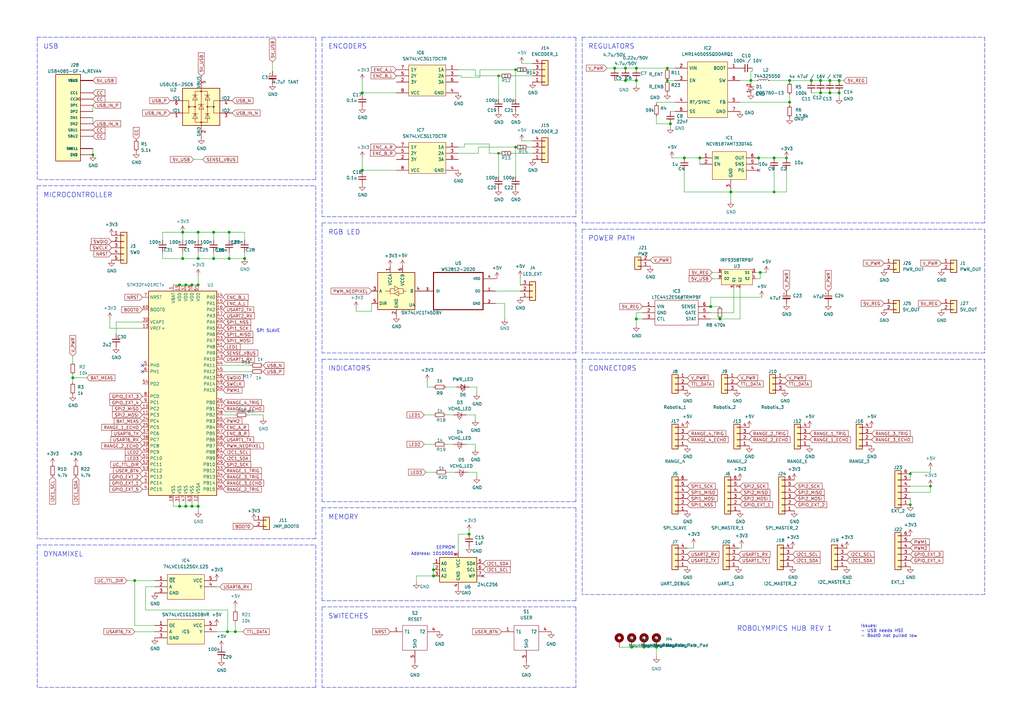
<source format=kicad_sch>
(kicad_sch (version 20211123) (generator eeschema)
  (paper "A3")
  (junction (at 192.405 219.075) (diameter 1.016))
  (junction (at 78.74 116.84) (diameter 1.016))
  (junction (at 252.095 27.94) (diameter 1.016))
  (junction (at 273.685 33.02))
  (junction (at 78.74 207.645) (diameter 1.016))
  (junction (at 373.38 194.31))
  (junction (at 73.66 207.645) (diameter 1.016))
  (junction (at 295.275 130.81) (diameter 1.016))
  (junction (at 291.465 125.73) (diameter 1.016))
  (junction (at 322.58 64.77))
  (junction (at 274.955 50.8) (diameter 1.016))
  (junction (at 317.5 64.77) (diameter 1.016))
  (junction (at 81.28 207.645) (diameter 1.016))
  (junction (at 93.345 259.08) (diameter 1.016))
  (junction (at 81.28 106.045) (diameter 1.016))
  (junction (at 177.8 233.68) (diameter 1.016))
  (junction (at 317.5 78.74))
  (junction (at 307.975 33.02) (diameter 1.016))
  (junction (at 260.985 27.94) (diameter 1.016))
  (junction (at 204.47 31.115))
  (junction (at 81.28 95.25) (diameter 1.016))
  (junction (at 93.98 106.045) (diameter 1.016))
  (junction (at 256.54 33.02) (diameter 1.016))
  (junction (at 381.635 199.39))
  (junction (at 260.985 130.81) (diameter 1.016))
  (junction (at 373.38 207.01))
  (junction (at 87.63 95.25) (diameter 1.016))
  (junction (at 177.8 236.22) (diameter 1.016))
  (junction (at 96.52 259.08) (diameter 1.016))
  (junction (at 299.72 78.74) (diameter 1.016))
  (junction (at 29.845 154.94) (diameter 1.016))
  (junction (at 344.17 33.02) (diameter 1.016))
  (junction (at 76.2 116.84) (diameter 1.016))
  (junction (at 100.33 106.045) (diameter 1.016))
  (junction (at 76.2 207.645) (diameter 1.016))
  (junction (at 336.55 33.02) (diameter 1.016))
  (junction (at 81.28 116.84) (diameter 1.016))
  (junction (at 259.08 265.43) (diameter 1.016))
  (junction (at 311.15 64.77) (diameter 1.016))
  (junction (at 74.93 95.25) (diameter 1.016))
  (junction (at 340.36 33.02) (diameter 1.016))
  (junction (at 280.67 64.77) (diameter 1.016))
  (junction (at 323.85 41.91) (diameter 1.016))
  (junction (at 287.02 64.77) (diameter 1.016))
  (junction (at 340.36 38.1) (diameter 1.016))
  (junction (at 260.985 33.02) (diameter 1.016))
  (junction (at 55.245 238.125) (diameter 1.016))
  (junction (at 87.63 106.045) (diameter 1.016))
  (junction (at 211.455 60.325))
  (junction (at 93.98 95.25) (diameter 1.016))
  (junction (at 74.93 106.045) (diameter 1.016))
  (junction (at 344.17 38.1) (diameter 1.016))
  (junction (at 148.59 69.85) (diameter 1.016))
  (junction (at 264.16 265.43) (diameter 1.016))
  (junction (at 73.66 116.84) (diameter 1.016))
  (junction (at 148.59 38.1) (diameter 1.016))
  (junction (at 38.1 63.5))
  (junction (at 204.47 62.865))
  (junction (at 273.685 27.94))
  (junction (at 332.74 33.02) (diameter 1.016))
  (junction (at 336.55 38.1) (diameter 1.016))
  (junction (at 311.785 111.76) (diameter 1.016))
  (junction (at 269.24 265.43) (diameter 1.016))
  (junction (at 211.455 28.575))
  (junction (at 323.85 33.02) (diameter 1.016))
  (junction (at 256.54 27.94) (diameter 1.016))
  (no_connect (at 311.15 69.85))
  (no_connect (at 198.12 236.22))
  (no_connect (at 58.42 152.4))
  (no_connect (at 58.42 149.86))
  (polyline (pts (xy 129.54 73.66) (xy 15.24 73.66)))
  (wire (pts (xy 59.69 250.19) (xy 93.345 250.19)))
  (wire (pts (xy 59.69 240.665) (xy 59.69 250.19)))
  (wire (pts (xy 63.5 240.665) (xy 59.69 240.665)))
  (wire (pts (xy 93.345 250.19) (xy 93.345 259.08)))
  (wire (pts (xy 93.345 259.08) (xy 88.9 259.08)))
  (wire (pts (xy 336.55 38.1) (xy 340.36 38.1)))
  (wire (pts (xy 96.52 248.92) (xy 96.52 250.19)))
  (polyline (pts (xy 15.24 223.52) (xy 129.54 223.52)))
  (wire (pts (xy 211.455 60.325) (xy 211.455 72.39)))
  (wire (pts (xy 195.58 195.58) (xy 195.58 193.675)))
  (wire (pts (xy 260.985 27.94) (xy 273.685 27.94)))
  (wire (pts (xy 273.685 33.02) (xy 276.86 33.02)))
  (polyline (pts (xy 132.08 91.44) (xy 132.08 144.78)))
  (wire (pts (xy 196.215 60.325) (xy 211.455 60.325)))
  (wire (pts (xy 187.96 62.865) (xy 196.215 62.865)))
  (wire (pts (xy 196.215 62.865) (xy 196.215 60.325)))
  (wire (pts (xy 29.845 154.94) (xy 29.845 156.845)))
  (wire (pts (xy 287.02 64.77) (xy 287.02 67.31)))
  (wire (pts (xy 29.845 154.94) (xy 35.56 154.94)))
  (wire (pts (xy 308.61 29.21) (xy 308.61 27.94)))
  (wire (pts (xy 252.095 27.94) (xy 256.54 27.94)))
  (wire (pts (xy 203.835 114.3) (xy 203.2 114.3)))
  (wire (pts (xy 170.815 238.76) (xy 170.815 236.22)))
  (wire (pts (xy 317.5 78.74) (xy 299.72 78.74)))
  (polyline (pts (xy 236.22 147.32) (xy 236.22 205.74)))
  (wire (pts (xy 204.47 31.115) (xy 205.105 31.115)))
  (wire (pts (xy 146.05 126.365) (xy 146.05 127.635)))
  (wire (pts (xy 303.53 41.91) (xy 323.85 41.91)))
  (wire (pts (xy 332.74 38.1) (xy 336.55 38.1)))
  (wire (pts (xy 66.675 106.045) (xy 74.93 106.045)))
  (wire (pts (xy 66.675 103.505) (xy 66.675 106.045)))
  (polyline (pts (xy 15.24 76.2) (xy 129.54 76.2)))
  (wire (pts (xy 260.985 130.81) (xy 263.525 130.81)))
  (wire (pts (xy 148.59 69.85) (xy 148.59 70.485)))
  (polyline (pts (xy 15.24 15.24) (xy 129.54 15.24)))
  (wire (pts (xy 29.845 153.67) (xy 29.845 154.94)))
  (wire (pts (xy 252.095 33.02) (xy 256.54 33.02)))
  (wire (pts (xy 274.955 50.8) (xy 274.955 52.07)))
  (wire (pts (xy 187.96 226.06) (xy 187.96 219.075)))
  (wire (pts (xy 73.66 207.645) (xy 76.2 207.645)))
  (wire (pts (xy 73.66 205.74) (xy 73.66 207.645)))
  (polyline (pts (xy 236.22 281.94) (xy 132.08 281.94)))
  (wire (pts (xy 204.47 72.39) (xy 204.47 62.865)))
  (wire (pts (xy 162.56 69.85) (xy 148.59 69.85)))
  (wire (pts (xy 93.98 95.25) (xy 93.98 98.425)))
  (polyline (pts (xy 129.54 15.24) (xy 129.54 73.66)))
  (wire (pts (xy 38.1 48.26) (xy 38.1 50.8)))
  (wire (pts (xy 373.38 201.93) (xy 381.635 201.93)))
  (wire (pts (xy 381.635 201.93) (xy 381.635 199.39)))
  (polyline (pts (xy 403.86 91.44) (xy 238.76 91.44)))
  (wire (pts (xy 323.85 33.02) (xy 332.74 33.02)))
  (polyline (pts (xy 132.08 208.28) (xy 132.08 246.38)))
  (polyline (pts (xy 129.54 220.98) (xy 15.24 220.98)))
  (wire (pts (xy 79.375 65.405) (xy 83.185 65.405)))
  (wire (pts (xy 256.54 27.94) (xy 260.985 27.94)))
  (wire (pts (xy 332.74 33.02) (xy 336.55 33.02)))
  (wire (pts (xy 146.05 127.635) (xy 152.4 127.635)))
  (wire (pts (xy 322.58 69.85) (xy 322.58 78.74)))
  (wire (pts (xy 322.58 78.74) (xy 317.5 78.74)))
  (polyline (pts (xy 236.22 15.24) (xy 236.22 88.9)))
  (wire (pts (xy 315.595 33.02) (xy 323.85 33.02)))
  (wire (pts (xy 340.36 33.02) (xy 344.17 33.02)))
  (wire (pts (xy 280.67 78.74) (xy 299.72 78.74)))
  (wire (pts (xy 107.95 170.18) (xy 101.6 170.18)))
  (wire (pts (xy 107.95 171.45) (xy 107.95 170.18)))
  (wire (pts (xy 96.52 259.08) (xy 99.695 259.08)))
  (wire (pts (xy 182.88 158.75) (xy 187.325 158.75)))
  (polyline (pts (xy 238.76 147.32) (xy 238.76 243.84)))
  (wire (pts (xy 323.85 33.02) (xy 323.85 33.782)))
  (wire (pts (xy 183.515 193.675) (xy 186.69 193.675)))
  (wire (pts (xy 260.985 133.35) (xy 260.985 130.81)))
  (wire (pts (xy 52.07 238.125) (xy 55.245 238.125)))
  (wire (pts (xy 304.165 224.155) (xy 304.165 224.79)))
  (wire (pts (xy 304.165 224.79) (xy 302.895 224.79)))
  (wire (pts (xy 91.44 170.18) (xy 96.52 170.18)))
  (wire (pts (xy 292.1 111.76) (xy 294.64 111.76)))
  (wire (pts (xy 300.99 118.11) (xy 300.99 128.27)))
  (polyline (pts (xy 236.22 144.78) (xy 132.08 144.78)))
  (wire (pts (xy 311.15 64.77) (xy 311.15 67.31)))
  (wire (pts (xy 38.1 60.96) (xy 38.1 63.5)))
  (wire (pts (xy 344.17 38.1) (xy 344.17 40.005)))
  (wire (pts (xy 291.465 130.81) (xy 295.275 130.81)))
  (wire (pts (xy 45.085 130.81) (xy 45.085 134.62)))
  (wire (pts (xy 58.42 134.62) (xy 45.085 134.62)))
  (wire (pts (xy 174.625 193.675) (xy 178.435 193.675)))
  (wire (pts (xy 269.24 265.43) (xy 269.24 269.24)))
  (wire (pts (xy 260.985 128.27) (xy 263.525 128.27)))
  (wire (pts (xy 213.36 113.665) (xy 213.36 116.84)))
  (wire (pts (xy 195.58 161.29) (xy 195.58 158.75)))
  (wire (pts (xy 195.58 158.75) (xy 192.405 158.75)))
  (wire (pts (xy 311.785 111.76) (xy 314.325 111.76)))
  (wire (pts (xy 284.48 223.52) (xy 284.48 224.79)))
  (wire (pts (xy 284.48 224.79) (xy 281.94 224.79)))
  (wire (pts (xy 111.76 25.4) (xy 111.76 29.21)))
  (wire (pts (xy 93.98 103.505) (xy 93.98 106.045)))
  (wire (pts (xy 303.53 118.11) (xy 303.53 130.81)))
  (wire (pts (xy 148.59 33.02) (xy 148.59 38.1)))
  (wire (pts (xy 182.88 182.245) (xy 186.055 182.245)))
  (polyline (pts (xy 403.86 147.32) (xy 403.86 243.84)))
  (wire (pts (xy 336.55 33.02) (xy 340.36 33.02)))
  (wire (pts (xy 274.955 45.72) (xy 276.86 45.72)))
  (wire (pts (xy 291.465 121.92) (xy 291.465 125.73)))
  (wire (pts (xy 291.465 121.92) (xy 312.42 121.92)))
  (wire (pts (xy 259.08 265.43) (xy 264.16 265.43)))
  (wire (pts (xy 317.5 69.85) (xy 317.5 78.74)))
  (wire (pts (xy 175.26 156.21) (xy 175.26 158.75)))
  (wire (pts (xy 175.26 158.75) (xy 177.8 158.75)))
  (polyline (pts (xy 236.22 91.44) (xy 236.22 144.78)))
  (wire (pts (xy 204.47 31.115) (xy 194.945 31.115)))
  (wire (pts (xy 194.945 31.115) (xy 194.945 28.575)))
  (wire (pts (xy 194.945 28.575) (xy 187.96 28.575)))
  (wire (pts (xy 264.16 265.43) (xy 269.24 265.43)))
  (wire (pts (xy 182.88 170.18) (xy 186.055 170.18)))
  (wire (pts (xy 74.93 95.25) (xy 66.675 95.25)))
  (wire (pts (xy 66.675 95.25) (xy 66.675 98.425)))
  (wire (pts (xy 204.47 62.865) (xy 205.105 62.865)))
  (polyline (pts (xy 132.08 147.32) (xy 236.22 147.32)))
  (wire (pts (xy 195.58 193.675) (xy 191.77 193.675)))
  (wire (pts (xy 173.99 182.245) (xy 177.8 182.245)))
  (wire (pts (xy 194.945 170.18) (xy 191.135 170.18)))
  (wire (pts (xy 323.85 38.862) (xy 323.85 41.91)))
  (wire (pts (xy 269.24 50.8) (xy 274.955 50.8)))
  (polyline (pts (xy 236.22 248.92) (xy 236.22 281.94)))
  (wire (pts (xy 295.275 130.81) (xy 303.53 130.81)))
  (polyline (pts (xy 129.54 76.2) (xy 129.54 220.98)))
  (wire (pts (xy 55.245 259.08) (xy 63.5 259.08)))
  (wire (pts (xy 177.8 233.68) (xy 177.8 236.22)))
  (wire (pts (xy 307.975 34.29) (xy 307.975 33.02)))
  (wire (pts (xy 211.455 28.575) (xy 196.85 28.575)))
  (wire (pts (xy 196.85 28.575) (xy 196.85 31.75)))
  (wire (pts (xy 196.85 31.75) (xy 189.23 31.75)))
  (wire (pts (xy 189.23 31.75) (xy 189.23 31.115)))
  (wire (pts (xy 189.23 31.115) (xy 187.96 31.115)))
  (wire (pts (xy 309.88 111.76) (xy 311.785 111.76)))
  (polyline (pts (xy 403.86 144.78) (xy 238.76 144.78)))
  (wire (pts (xy 213.995 57.785) (xy 218.44 57.785)))
  (polyline (pts (xy 236.22 208.28) (xy 236.22 246.38)))
  (wire (pts (xy 216.535 60.325) (xy 218.44 60.325)))
  (wire (pts (xy 210.185 31.115) (xy 218.44 31.115)))
  (wire (pts (xy 78.74 207.645) (xy 81.28 207.645)))
  (wire (pts (xy 78.74 205.74) (xy 78.74 207.645)))
  (wire (pts (xy 81.28 95.25) (xy 87.63 95.25)))
  (wire (pts (xy 74.93 98.425) (xy 74.93 95.25)))
  (wire (pts (xy 74.93 95.25) (xy 81.28 95.25)))
  (wire (pts (xy 87.63 95.25) (xy 93.98 95.25)))
  (wire (pts (xy 100.33 95.25) (xy 100.33 98.425)))
  (wire (pts (xy 93.98 95.25) (xy 100.33 95.25)))
  (wire (pts (xy 81.28 95.25) (xy 81.28 98.425)))
  (polyline (pts (xy 238.76 15.24) (xy 238.76 91.44)))
  (polyline (pts (xy 15.24 76.2) (xy 15.24 220.98)))
  (polyline (pts (xy 403.86 243.84) (xy 238.76 243.84)))
  (wire (pts (xy 204.47 62.865) (xy 200.66 62.865)))
  (wire (pts (xy 200.66 62.865) (xy 200.66 59.055)))
  (wire (pts (xy 200.66 59.055) (xy 190.5 59.055)))
  (wire (pts (xy 190.5 59.055) (xy 190.5 60.325)))
  (wire (pts (xy 190.5 60.325) (xy 187.96 60.325)))
  (wire (pts (xy 194.945 182.245) (xy 191.135 182.245)))
  (polyline (pts (xy 132.08 248.92) (xy 132.08 281.94)))
  (wire (pts (xy 311.15 64.77) (xy 317.5 64.77)))
  (wire (pts (xy 29.845 146.05) (xy 29.845 148.59)))
  (wire (pts (xy 71.12 205.74) (xy 71.12 207.645)))
  (wire (pts (xy 71.12 207.645) (xy 73.66 207.645)))
  (polyline (pts (xy 15.24 15.24) (xy 15.24 73.66)))
  (wire (pts (xy 292.1 114.3) (xy 294.64 114.3)))
  (polyline (pts (xy 132.08 208.28) (xy 236.22 208.28)))
  (wire (pts (xy 211.455 28.575) (xy 211.455 40.64)))
  (wire (pts (xy 216.535 28.575) (xy 218.44 28.575)))
  (wire (pts (xy 280.67 69.85) (xy 280.67 78.74)))
  (wire (pts (xy 93.345 259.08) (xy 96.52 259.08)))
  (wire (pts (xy 55.245 238.125) (xy 63.5 238.125)))
  (wire (pts (xy 63.5 256.54) (xy 55.245 256.54)))
  (wire (pts (xy 55.245 256.54) (xy 55.245 238.125)))
  (polyline (pts (xy 236.22 88.9) (xy 132.08 88.9)))
  (wire (pts (xy 74.93 106.045) (xy 81.28 106.045)))
  (wire (pts (xy 81.28 106.045) (xy 87.63 106.045)))
  (wire (pts (xy 74.93 103.505) (xy 74.93 106.045)))
  (wire (pts (xy 93.98 106.045) (xy 100.33 106.045)))
  (wire (pts (xy 100.33 106.045) (xy 100.33 103.505)))
  (wire (pts (xy 87.63 106.045) (xy 93.98 106.045)))
  (wire (pts (xy 373.38 199.39) (xy 381.635 199.39)))
  (polyline (pts (xy 238.76 15.24) (xy 403.86 15.24)))
  (wire (pts (xy 203.2 119.38) (xy 213.36 119.38)))
  (wire (pts (xy 47.625 137.16) (xy 47.625 132.08)))
  (wire (pts (xy 47.625 132.08) (xy 58.42 132.08)))
  (wire (pts (xy 291.465 128.27) (xy 300.99 128.27)))
  (wire (pts (xy 91.44 152.4) (xy 102.87 152.4)))
  (polyline (pts (xy 238.76 147.32) (xy 403.86 147.32)))
  (wire (pts (xy 148.59 64.77) (xy 148.59 69.85)))
  (wire (pts (xy 204.47 40.64) (xy 204.47 31.115)))
  (wire (pts (xy 307.975 33.02) (xy 303.53 33.02)))
  (polyline (pts (xy 132.08 15.24) (xy 236.22 15.24)))
  (wire (pts (xy 203.2 124.46) (xy 207.01 124.46)))
  (wire (pts (xy 38.1 43.18) (xy 38.1 45.72)))
  (wire (pts (xy 269.24 47.625) (xy 269.24 50.8)))
  (wire (pts (xy 177.8 231.14) (xy 177.8 233.68)))
  (wire (pts (xy 269.24 41.91) (xy 276.86 41.91)))
  (polyline (pts (xy 132.08 248.92) (xy 236.22 248.92)))
  (wire (pts (xy 213.995 26.035) (xy 218.44 26.035)))
  (wire (pts (xy 323.85 41.91) (xy 323.85 43.18)))
  (wire (pts (xy 81.28 113.03) (xy 81.28 116.84)))
  (polyline (pts (xy 132.08 147.32) (xy 132.08 205.74)))
  (wire (pts (xy 170.815 236.22) (xy 177.8 236.22)))
  (wire (pts (xy 248.92 27.94) (xy 252.095 27.94)))
  (wire (pts (xy 309.88 114.3) (xy 311.785 114.3)))
  (wire (pts (xy 299.72 78.74) (xy 299.72 82.55)))
  (wire (pts (xy 260.985 33.02) (xy 260.985 34.925)))
  (wire (pts (xy 81.28 207.645) (xy 81.28 209.55)))
  (wire (pts (xy 81.28 205.74) (xy 81.28 207.645)))
  (polyline (pts (xy 236.22 246.38) (xy 132.08 246.38)))
  (wire (pts (xy 81.28 103.505) (xy 81.28 106.045)))
  (wire (pts (xy 192.405 217.805) (xy 192.405 219.075)))
  (wire (pts (xy 344.17 33.02) (xy 346.075 33.02)))
  (wire (pts (xy 96.52 259.08) (xy 96.52 255.27)))
  (wire (pts (xy 275.59 64.77) (xy 280.67 64.77)))
  (wire (pts (xy 254 265.43) (xy 259.08 265.43)))
  (wire (pts (xy 280.67 64.77) (xy 287.02 64.77)))
  (wire (pts (xy 340.36 38.1) (xy 344.17 38.1)))
  (wire (pts (xy 91.44 149.86) (xy 102.87 149.86)))
  (wire (pts (xy 373.38 194.31) (xy 373.38 196.85)))
  (wire (pts (xy 148.59 38.1) (xy 148.59 38.735)))
  (wire (pts (xy 273.685 27.94) (xy 276.86 27.94)))
  (wire (pts (xy 317.5 64.77) (xy 322.58 64.77)))
  (wire (pts (xy 87.63 95.25) (xy 87.63 98.425)))
  (wire (pts (xy 73.66 116.84) (xy 76.2 116.84)))
  (wire (pts (xy 71.12 116.84) (xy 73.66 116.84)))
  (wire (pts (xy 76.2 116.84) (xy 78.74 116.84)))
  (wire (pts (xy 78.74 116.84) (xy 81.28 116.84)))
  (polyline (pts (xy 129.54 281.94) (xy 15.24 281.94)))
  (wire (pts (xy 291.465 125.73) (xy 295.275 125.73)))
  (wire (pts (xy 260.985 130.81) (xy 260.985 128.27)))
  (wire (pts (xy 152.4 127.635) (xy 152.4 124.46)))
  (wire (pts (xy 194.945 172.085) (xy 194.945 170.18)))
  (polyline (pts (xy 132.08 91.44) (xy 236.22 91.44)))
  (wire (pts (xy 207.01 124.46) (xy 207.01 130.81)))
  (polyline (pts (xy 129.54 223.52) (xy 129.54 281.94)))
  (wire (pts (xy 373.38 204.47) (xy 373.38 207.01)))
  (polyline (pts (xy 238.76 93.98) (xy 238.76 144.78)))
  (wire (pts (xy 307.975 33.02) (xy 307.975 29.21)))
  (wire (pts (xy 76.2 207.645) (xy 78.74 207.645)))
  (wire (pts (xy 76.2 205.74) (xy 76.2 207.645)))
  (wire (pts (xy 311.785 114.3) (xy 311.785 111.76)))
  (polyline (pts (xy 132.08 15.24) (xy 132.08 88.9)))
  (wire (pts (xy 373.38 193.675) (xy 373.38 194.31)))
  (wire (pts (xy 381.635 192.405) (xy 381.635 193.675)))
  (wire (pts (xy 381.635 193.675) (xy 373.38 193.675)))
  (polyline (pts (xy 236.22 205.74) (xy 132.08 205.74)))
  (wire (pts (xy 307.975 29.21) (xy 308.61 29.21)))
  (wire (pts (xy 194.945 184.15) (xy 194.945 182.245)))
  (wire (pts (xy 256.54 33.02) (xy 260.985 33.02)))
  (wire (pts (xy 269.24 42.545) (xy 269.24 41.91)))
  (wire (pts (xy 88.9 240.665) (xy 90.17 240.665)))
  (wire (pts (xy 187.96 219.075) (xy 192.405 219.075)))
  (polyline (pts (xy 403.86 15.24) (xy 403.86 91.44)))
  (polyline (pts (xy 403.86 93.98) (xy 403.86 144.78)))
  (wire (pts (xy 173.99 170.18) (xy 177.8 170.18)))
  (polyline (pts (xy 238.76 93.98) (xy 403.86 93.98)))
  (polyline (pts (xy 15.24 223.52) (xy 15.24 281.94)))
  (wire (pts (xy 162.56 38.1) (xy 148.59 38.1)))
  (wire (pts (xy 210.185 62.865) (xy 218.44 62.865)))
  (wire (pts (xy 87.63 103.505) (xy 87.63 106.045)))
  (wire (pts (xy 307.975 33.02) (xy 310.515 33.02)))
  (text "EEPROM" (at 186.69 225.425 180) (effects (font (size 1.27 1.27)) (justify right bottom)))
  (text "SWITECHES" (at 134.62 254 0) (effects (font (size 2 2)) (justify left bottom)))
  (text "REGULATORS" (at 241.3 20.32 0) (effects (font (size 2 2)) (justify left bottom)))
  (text "CONNECTORS" (at 241.3 152.4 0) (effects (font (size 2 2)) (justify left bottom)))
  (text "Issues:\n- USB needs HSE\n- Boot0 not pulled low" (at 353.06 261.62 0) (effects (font (size 1.27 1.27)) (justify left bottom)))
  (text "Address: 1010000\n" (at 186.055 227.965 180) (effects (font (size 1.27 1.27)) (justify right bottom)))
  (text "RGB LED" (at 134.62 96.52 0) (effects (font (size 2 2)) (justify left bottom)))
  (text "MICROCONTROLLER" (at 17.78 81.28 0) (effects (font (size 2 2)) (justify left bottom)))
  (text "MEMORY" (at 134.62 213.36 0) (effects (font (size 2 2)) (justify left bottom)))
  (text "POWER PATH" (at 241.3 99.06 0) (effects (font (size 2 2)) (justify left bottom)))
  (text "INDICATORS" (at 134.62 152.4 0) (effects (font (size 2 2)) (justify left bottom)))
  (text "ROBOLYMPICS HUB REV 1" (at 302.26 259.08 0) (effects (font (size 2 2)) (justify left bottom)))
  (text "DYNAMIXEL" (at 17.78 228.6 0) (effects (font (size 2 2)) (justify left bottom)))
  (text "USB" (at 17.78 20.32 0) (effects (font (size 2 2)) (justify left bottom)))
  (text "SPI SLAVE" (at 114.935 136.525 180) (effects (font (size 1.27 1.27)) (justify right bottom)))
  (text "ENCODERS" (at 134.62 20.32 0) (effects (font (size 2 2)) (justify left bottom)))
  (global_label "BAT_MEAS" (shape input) (at 58.42 172.72 180) (property "Intersheet References" "${INTERSHEET_REFS}" (effects hide)))
  (global_label "GPIO_EXT_5" (shape input) (at 58.42 200.66 180) (property "Intersheet References" "${INTERSHEET_REFS}" (effects hide)))
  (global_label "I2C1_SCL" (shape input) (at 198.12 233.68 0) (property "Intersheet References" "${INTERSHEET_REFS}" (effects hide)))
  (global_label "CC" (shape input) (at 38.1 40.64 0) (property "Intersheet References" "${INTERSHEET_REFS}" (effects hide)))
  (global_label "USART2_TX" (shape input) (at 91.44 127 0) (property "Intersheet References" "${INTERSHEET_REFS}" (effects hide)))
  (global_label "V_PWR" (shape input) (at 266.7 106.68 0) (property "Intersheet References" "${INTERSHEET_REFS}" (effects hide)))
  (global_label "I2C1_SDA" (shape input) (at 325.12 229.87 0) (property "Intersheet References" "${INTERSHEET_REFS}" (effects hide)))
  (global_label "LED2" (shape input) (at 58.42 185.42 180) (property "Intersheet References" "${INTERSHEET_REFS}" (effects hide)))
  (global_label "USART1_TX" (shape input) (at 302.895 229.87 0) (property "Intersheet References" "${INTERSHEET_REFS}" (effects hide)))
  (global_label "I2C1_SDA" (shape input) (at 91.44 187.96 0) (property "Intersheet References" "${INTERSHEET_REFS}" (effects hide)))
  (global_label "SPI1_NSS" (shape input) (at 91.44 132.08 0) (property "Intersheet References" "${INTERSHEET_REFS}" (effects hide)))
  (global_label "RANGE_4_ECHO" (shape input) (at 91.44 167.64 0) (property "Intersheet References" "${INTERSHEET_REFS}" (effects hide)))
  (global_label "BAT_MEAS" (shape input) (at 35.56 154.94 0) (property "Intersheet References" "${INTERSHEET_REFS}" (effects hide)))
  (global_label "PWM2" (shape input) (at 91.44 172.72 0) (property "Intersheet References" "${INTERSHEET_REFS}" (effects hide)))
  (global_label "USART2_TX" (shape input) (at 281.94 229.87 0) (property "Intersheet References" "${INTERSHEET_REFS}" (effects hide)))
  (global_label "5V_REG" (shape input) (at 362.585 124.46 180) (property "Intersheet References" "${INTERSHEET_REFS}" (effects hide)))
  (global_label "SPI1_SCK" (shape input) (at 91.44 134.62 0) (property "Intersheet References" "${INTERSHEET_REFS}" (effects hide)))
  (global_label "USB_N" (shape input) (at 107.95 149.86 0) (property "Intersheet References" "${INTERSHEET_REFS}" (effects hide)))
  (global_label "ENC_B_R" (shape input) (at 91.44 177.8 0) (property "Intersheet References" "${INTERSHEET_REFS}" (effects hide)))
  (global_label "RANGE_2_ECHO" (shape input) (at 58.42 182.88 180) (property "Intersheet References" "${INTERSHEET_REFS}" (effects hide)))
  (global_label "V_PWR" (shape input) (at 362.585 107.95 180) (property "Intersheet References" "${INTERSHEET_REFS}" (effects hide)))
  (global_label "USB_IN_P" (shape input) (at 38.1 43.18 0) (property "Intersheet References" "${INTERSHEET_REFS}" (effects hide)))
  (global_label "GPIO_EXT_2" (shape input) (at 58.42 195.58 180) (property "Intersheet References" "${INTERSHEET_REFS}" (effects hide)))
  (global_label "RANGE_2_TRIG" (shape input) (at 307.34 177.8 0) (property "Intersheet References" "${INTERSHEET_REFS}" (effects hide)))
  (global_label "CC" (shape input) (at 38.1 38.1 0) (property "Intersheet References" "${INTERSHEET_REFS}" (effects hide)))
  (global_label "NRST" (shape input) (at 160.02 259.08 180) (property "Intersheet References" "${INTERSHEET_REFS}" (effects hide)))
  (global_label "SPI2_SCK" (shape input) (at 91.44 190.5 0) (property "Intersheet References" "${INTERSHEET_REFS}" (effects hide)))
  (global_label "BOOT0" (shape input) (at 58.42 127 180) (property "Intersheet References" "${INTERSHEET_REFS}" (effects hide)))
  (global_label "USART6_TX" (shape input) (at 58.42 177.8 180) (property "Intersheet References" "${INTERSHEET_REFS}" (effects hide)))
  (global_label "ENC_A_R" (shape input) (at 162.56 60.325 180) (property "Intersheet References" "${INTERSHEET_REFS}" (effects hide)))
  (global_label "V_PWR" (shape input) (at 321.945 154.94 0) (property "Intersheet References" "${INTERSHEET_REFS}" (effects hide)))
  (global_label "V_PWR" (shape input) (at 302.26 154.94 0) (property "Intersheet References" "${INTERSHEET_REFS}" (effects hide)))
  (global_label "SPI1_MISO" (shape input) (at 281.94 201.93 0) (property "Intersheet References" "${INTERSHEET_REFS}" (effects hide)))
  (global_label "USART6_RX" (shape input) (at 58.42 180.34 180) (property "Intersheet References" "${INTERSHEET_REFS}" (effects hide)))
  (global_label "I2C1_SDA" (shape input) (at 198.12 231.14 0) (property "Intersheet References" "${INTERSHEET_REFS}" (effects hide)))
  (global_label "USART1_RX" (shape input) (at 302.895 227.33 0) (property "Intersheet References" "${INTERSHEET_REFS}" (effects hide)))
  (global_label "V_PWR" (shape input) (at 386.08 107.95 180) (property "Intersheet References" "${INTERSHEET_REFS}" (effects hide)))
  (global_label "USART2_RX" (shape input) (at 281.94 227.33 0) (property "Intersheet References" "${INTERSHEET_REFS}" (effects hide)))
  (global_label "TTL_DATA" (shape input) (at 321.945 157.48 0) (property "Intersheet References" "${INTERSHEET_REFS}" (effects hide)))
  (global_label "CC" (shape input) (at 38.1 53.34 0) (property "Intersheet References" "${INTERSHEET_REFS}" (effects hide)))
  (global_label "USART1_TX" (shape input) (at 91.44 180.34 0) (property "Intersheet References" "${INTERSHEET_REFS}" (effects hide)))
  (global_label "SPI2_SCK" (shape input) (at 303.53 199.39 0) (property "Intersheet References" "${INTERSHEET_REFS}" (effects hide)))
  (global_label "V_PWR" (shape input) (at 281.94 154.94 0) (property "Intersheet References" "${INTERSHEET_REFS}" (effects hide)))
  (global_label "LED3" (shape input) (at 58.42 187.96 180) (property "Intersheet References" "${INTERSHEET_REFS}" (effects hide)))
  (global_label "GPIO_EXT_1" (shape input) (at 303.53 207.01 0) (property "Intersheet References" "${INTERSHEET_REFS}" (effects hide)))
  (global_label "GPIO_EXT_1" (shape input) (at 58.42 198.12 180) (property "Intersheet References" "${INTERSHEET_REFS}" (effects hide)))
  (global_label "SWDIO" (shape input) (at 91.44 154.94 0) (property "Intersheet References" "${INTERSHEET_REFS}" (effects hide)))
  (global_label "GPIO_EXT_4" (shape input) (at 373.38 229.87 0) (property "Intersheet References" "${INTERSHEET_REFS}" (effects hide)))
  (global_label "LED3" (shape input) (at 174.625 193.675 180) (property "Intersheet References" "${INTERSHEET_REFS}" (effects hide)))
  (global_label "USB_P" (shape input) (at 107.95 152.4 0) (property "Intersheet References" "${INTERSHEET_REFS}" (effects hide)))
  (global_label "RANGE_2_TRIG" (shape input) (at 91.44 200.66 0) (property "Intersheet References" "${INTERSHEET_REFS}" (effects hide)))
  (global_label "SPI2_MISO" (shape input) (at 325.755 201.93 0) (property "Intersheet References" "${INTERSHEET_REFS}" (effects hide)))
  (global_label "PWM_NEOPIXEL" (shape input) (at 152.4 119.38 180) (property "Intersheet References" "${INTERSHEET_REFS}" (effects hide)))
  (global_label "USB_IN_N" (shape input) (at 95.25 46.355 0) (property "Intersheet References" "${INTERSHEET_REFS}" (effects hide)))
  (global_label "SPI1_MOSI" (shape input) (at 281.94 204.47 0) (property "Intersheet References" "${INTERSHEET_REFS}" (effects hide)))
  (global_label "I2C1_SCL" (shape input) (at 325.12 227.33 0) (property "Intersheet References" "${INTERSHEET_REFS}" (effects hide)))
  (global_label "USER_BTN" (shape input) (at 205.74 259.08 180) (property "Intersheet References" "${INTERSHEET_REFS}" (effects hide)))
  (global_label "I2C1_SDA" (shape input) (at 347.345 229.87 0) (property "Intersheet References" "${INTERSHEET_REFS}" (effects hide)))
  (global_label "LED1" (shape input) (at 173.99 170.18 180) (property "Intersheet References" "${INTERSHEET_REFS}" (effects hide)))
  (global_label "LED1" (shape input) (at 91.44 142.24 0) (property "Intersheet References" "${INTERSHEET_REFS}" (effects hide)))
  (global_label "CC" (shape input) (at 55.88 57.15 90) (property "Intersheet References" "${INTERSHEET_REFS}" (effects hide)))
  (global_label "BOOT0" (shape input) (at 104.14 215.9 180) (property "Intersheet References" "${INTERSHEET_REFS}" (effects hide)))
  (global_label "GPIO_EXT_2" (shape input) (at 325.755 207.01 0) (property "Intersheet References" "${INTERSHEET_REFS}" (effects hide)))
  (global_label "SWCLK" (shape input) (at 45.72 101.6 180) (property "Intersheet References" "${INTERSHEET_REFS}" (effects hide)))
  (global_label "SENSE_VBUS" (shape input) (at 91.44 144.78 0) (property "Intersheet References" "${INTERSHEET_REFS}" (effects hide)))
  (global_label "RANGE_4_TRIG" (shape input) (at 281.94 177.8 0) (property "Intersheet References" "${INTERSHEET_REFS}" (effects hide)))
  (global_label "RANGE_1_ECHO" (shape input) (at 58.42 175.26 180) (property "Intersheet References" "${INTERSHEET_REFS}" (effects hide)))
  (global_label "USART1_RX" (shape input) (at 91.44 147.32 0) (property "Intersheet References" "${INTERSHEET_REFS}" (effects hide)))
  (global_label "USART6_RX" (shape input) (at 90.17 240.665 0) (property "Intersheet References" "${INTERSHEET_REFS}" (effects hide)))
  (global_label "SPI2_MISO" (shape input) (at 303.53 201.93 0) (property "Intersheet References" "${INTERSHEET_REFS}" (effects hide)))
  (global_label "GPIO_EXT_3" (shape input) (at 373.38 227.33 0) (property "Intersheet References" "${INTERSHEET_REFS}" (effects hide)))
  (global_label "LED2" (shape input) (at 173.99 182.245 180) (property "Intersheet References" "${INTERSHEET_REFS}" (effects hide)))
  (global_label "V_PWR" (shape input) (at 29.845 146.05 90) (property "Intersheet References" "${INTERSHEET_REFS}" (effects hide)))
  (global_label "SPI2_MOSI" (shape input) (at 303.53 204.47 0) (property "Intersheet References" "${INTERSHEET_REFS}" (effects hide)))
  (global_label "I2C1_SCL" (shape input) (at 21.59 195.58 270) (property "Intersheet References" "${INTERSHEET_REFS}" (effects hide)))
  (global_label "ENC_A_L" (shape input) (at 162.56 28.575 180) (property "Intersheet References" "${INTERSHEET_REFS}" (effects hide)))
  (global_label "RANGE_1_ECHO" (shape input) (at 332.105 180.34 0) (property "Intersheet References" "${INTERSHEET_REFS}" (effects hide)))
  (global_label "SPI2_MOSI" (shape input) (at 325.755 204.47 0) (property "Intersheet References" "${INTERSHEET_REFS}" (effects hide)))
  (global_label "ENC_A_R" (shape input) (at 91.44 175.26 0) (property "Intersheet References" "${INTERSHEET_REFS}" (effects hide)))
  (global_label "PWM1" (shape input) (at 91.44 160.02 0) (property "Intersheet References" "${INTERSHEET_REFS}" (effects hide)))
  (global_label "5V_USB" (shape input) (at 292.1 114.3 180) (property "Intersheet References" "${INTERSHEET_REFS}" (effects hide)))
  (global_label "V_PWR" (shape input) (at 339.725 119.38 90) (property "Intersheet References" "${INTERSHEET_REFS}" (effects hide)))
  (global_label "GPIO_EXT_4" (shape input) (at 58.42 165.1 180) (property "Intersheet References" "${INTERSHEET_REFS}" (effects hide)))
  (global_label "SWCLK" (shape input) (at 91.44 157.48 0) (property "Intersheet References" "${INTERSHEET_REFS}" (effects hide)))
  (global_label "RANGE_1_TRIG" (shape input) (at 91.44 193.04 0) (property "Intersheet References" "${INTERSHEET_REFS}" (effects hide)))
  (global_label "SPI2_MISO" (shape input) (at 58.42 167.64 180) (property "Intersheet References" "${INTERSHEET_REFS}" (effects hide)))
  (global_label "5V_REG" (shape input) (at 263.525 125.73 180) (property "Intersheet References" "${INTERSHEET_REFS}" (effects hide)))
  (global_label "NRST" (shape input) (at 58.42 121.92 180) (property "Intersheet References" "${INTERSHEET_REFS}" (effects hide)))
  (global_label "ENC_A_L" (shape input) (at 91.44 124.46 0) (property "Intersheet References" "${INTERSHEET_REFS}" (effects hide)))
  (global_label "SPI1_SCK" (shape input) (at 281.94 199.39 0) (property "Intersheet References" "${INTERSHEET_REFS}" (effects hide)))
  (global_label "ENC_B_R" (shape input) (at 162.56 62.865 180) (property "Intersheet References" "${INTERSHEET_REFS}" (effects hide)))
  (global_label "V_PWR" (shape input) (at 322.58 119.38 90) (property "Intersheet References" "${INTERSHEET_REFS}" (effects hide)))
  (global_label "UC_TTL_DIR" (shape input) (at 52.07 238.125 180) (property "Intersheet References" "${INTERSHEET_REFS}" (effects hide)))
  (global_label "USER_BTN" (shape input) (at 58.42 193.04 180) (property "Intersheet References" "${INTERSHEET_REFS}" (effects hide)))
  (global_label "SPI1_NSS" (shape input) (at 281.94 207.01 0) (property "Intersheet References" "${INTERSHEET_REFS}" (effects hide)))
  (global_label "RANGE_2_ECHO" (shape input) (at 307.34 180.34 0) (property "Intersheet References" "${INTERSHEET_REFS}" (effects hide)))
  (global_label "5V_REG" (shape input) (at 386.08 124.46 180) (property "Intersheet References" "${INTERSHEET_REFS}" (effects hide)))
  (global_label "USART2_RX" (shape input) (at 91.44 129.54 0) (property "Intersheet References" "${INTERSHEET_REFS}" (effects hide)))
  (global_label "ENC_B_L" (shape input) (at 91.44 121.92 0) (property "Intersheet References" "${INTERSHEET_REFS}" (effects hide)))
  (global_label "PWM2" (shape input) (at 373.38 224.79 0) (property "Intersheet References" "${INTERSHEET_REFS}" (effects hide)))
  (global_label "5V_USB" (shape input) (at 111.76 25.4 90) (property "Intersheet References" "${INTERSHEET_REFS}" (effects hide)))
  (global_label "I2C1_SCL" (shape input) (at 347.345 227.33 0) (property "Intersheet References" "${INTERSHEET_REFS}" (effects hide)))
  (global_label "RANGE_3_TRIG" (shape input) (at 357.505 177.8 0) (property "Intersheet References" "${INTERSHEET_REFS}" (effects hide)))
  (global_label "5V_REG" (shape input) (at 346.075 33.02 0) (property "Intersheet References" "${INTERSHEET_REFS}" (effects hide)))
  (global_label "RANGE_3_ECHO" (shape input) (at 357.505 180.34 0) (property "Intersheet References" "${INTERSHEET_REFS}" (effects hide)))
  (global_label "USB_IN_P" (shape input) (at 69.85 46.355 180) (property "Intersheet References" "${INTERSHEET_REFS}" (effects hide)))
  (global_label "RANGE_4_TRIG" (shape input) (at 91.44 165.1 0) (property "Intersheet References" "${INTERSHEET_REFS}" (effects hide)))
  (global_label "CC" (shape input) (at 38.1 55.88 0) (property "Intersheet References" "${INTERSHEET_REFS}" (effects hide)))
  (global_label "V_PWR" (shape input) (at 248.92 27.94 180) (property "Intersheet References" "${INTERSHEET_REFS}" (effects hide)))
  (global_label "5V_USB" (shape input) (at 79.375 65.405 180) (property "Intersheet References" "${INTERSHEET_REFS}" (effects hide)))
  (global_label "SPI1_MOSI" (shape input) (at 91.44 139.7 0) (property "Intersheet References" "${INTERSHEET_REFS}" (effects hide)))
  (global_label "5V_REG" (shape input) (at 292.1 111.76 180) (property "Intersheet References" "${INTERSHEET_REFS}" (effects hide)))
  (global_label "SPI2_SCK" (shape input) (at 325.755 199.39 0) (property "Intersheet References" "${INTERSHEET_REFS}" (effects hide)))
  (global_label "USART6_TX" (shape input) (at 55.245 259.08 180) (property "Intersheet References" "${INTERSHEET_REFS}" (effects hide)))
  (global_label "5V_USB" (shape input) (at 38.1 33.02 0) (property "Intersheet References" "${INTERSHEET_REFS}" (effects hide)))
  (global_label "RANGE_1_TRIG" (shape input) (at 332.105 177.8 0) (property "Intersheet References" "${INTERSHEET_REFS}" (effects hide)))
  (global_label "UC_TTL_DIR" (shape input) (at 58.42 190.5 180) (property "Intersheet References" "${INTERSHEET_REFS}" (effects hide)))
  (global_label "USB_IN_N" (shape input) (at 38.1 50.8 0) (property "Intersheet References" "${INTERSHEET_REFS}" (effects hide)))
  (global_label "RANGE_3_ECHO" (shape input) (at 91.44 198.12 0) (property "Intersheet References" "${INTERSHEET_REFS}" (effects hide)))
  (global_label "USB_P" (shape input) (at 69.85 41.275 180) (property "Intersheet References" "${INTERSHEET_REFS}" (effects hide)))
  (global_label "PWM1" (shape input) (at 373.38 222.25 0) (property "Intersheet References" "${INTERSHEET_REFS}" (effects hide)))
  (global_label "RANGE_4_ECHO" (shape input) (at 281.94 180.34 0) (property "Intersheet References" "${INTERSHEET_REFS}" (effects hide)))
  (global_label "SPI1_MISO" (shape input) (at 91.44 137.16 0) (property "Intersheet References" "${INTERSHEET_REFS}" (effects hide)))
  (global_label "I2C1_SCL" (shape input) (at 91.44 185.42 0) (property "Intersheet References" "${INTERSHEET_REFS}" (effects hide)))
  (global_label "USB_N" (shape input) (at 95.25 41.275 0) (property "Intersheet References" "${INTERSHEET_REFS}" (effects hide)))
  (global_label "PWM_NEOPIXEL" (shape input) (at 91.44 182.88 0) (property "Intersheet References" "${INTERSHEET_REFS}" (effects hide)))
  (global_label "SENSE_VBUS" (shape input) (at 83.185 65.405 0) (property "Intersheet References" "${INTERSHEET_REFS}" (effects hide)))
  (global_label "SWDIO" (shape input) (at 45.72 99.06 180) (property "Intersheet References" "${INTERSHEET_REFS}" (effects hide)))
  (global_label "ENC_B_L" (shape input) (at 162.56 31.115 180) (property "Intersheet References" "${INTERSHEET_REFS}" (effects hide)))
  (global_label "SPI2_MOSI" (shape input) (at 58.42 170.18 180) (property "Intersheet References" "${INTERSHEET_REFS}" (effects hide)))
  (global_label "I2C1_SDA" (shape input) (at 31.115 195.58 270) (property "Intersheet References" "${INTERSHEET_REFS}" (effects hide)))
  (global_label "NRST" (shape input) (at 45.72 104.14 180) (property "Intersheet References" "${INTERSHEET_REFS}" (effects hide)))
  (global_label "GPIO_EXT_3" (shape input) (at 58.42 162.56 180) (property "Intersheet References" "${INTERSHEET_REFS}" (effects hide)))
  (global_label "TTL_DATA" (shape input) (at 99.695 259.08 0) (property "Intersheet References" "${INTERSHEET_REFS}" (effects hide)))
  (global_label "TTL_DATA" (shape input) (at 302.26 157.48 0) (property "Intersheet References" "${INTERSHEET_REFS}" (effects hide)))
  (global_label "TTL_DATA" (shape input) (at 281.94 157.48 0) (property "Intersheet References" "${INTERSHEET_REFS}" (effects hide)))
  (global_label "5V_USB" (shape input) (at 82.55 31.115 90) (property "Intersheet References" "${INTERSHEET_REFS}" (effects hide)))
  (global_label "RANGE_3_TRIG" (shape input) (at 91.44 195.58 0) (property "Intersheet References" "${INTERSHEET_REFS}" (effects hide)))
  (symbol (lib_id "power:+3.3V") (at 45.72 96.52 0) (unit 1)
    (property "Reference" "#PWR0166" (effects hide))
    (property "Value" "+3.3V" (at 45.72 92.075 0))
  )
  (symbol (lib_id "Mechanical:MountingHole_Pad") (at 269.24 262.89 0) (unit 1)
    (property "Reference" "H4" (at 273.05 262.1279 0) (effects (justify left)))
    (property "Value" "MountingHole_Pad" (at 273.05 264.6679 0) (effects (justify left)))
    (property "Footprint" "MountingHole:MountingHole_2.7mm_M2.5_Pad" (effects hide))
  )
  (symbol (lib_id "power:GND") (at 307.975 38.1 0) (unit 1)
    (property "Reference" "#PWR0114" (effects hide))
    (property "Value" "GND" (at 311.785 38.6144 0))
  )
  (symbol (lib_id "power:GND") (at 307.34 182.88 0) (unit 1)
    (property "Reference" "#PWR0158" (effects hide))
    (property "Value" "GND" (at 307.467 187.2742 0))
  )
  (symbol (lib_id "power:+3.3V") (at 347.345 224.79 0) (unit 1)
    (property "Reference" "#PWR0204" (effects hide))
    (property "Value" "+3.3V" (at 347.345 220.345 0))
  )
  (symbol (lib_id "power:GND") (at 322.58 124.46 0) (unit 1)
    (property "Reference" "#PWR0170" (effects hide))
    (property "Value" "GND" (at 322.707 128.8542 0))
  )
  (symbol (lib_id "Device:CP_Small") (at 339.725 121.92 0) (unit 1)
    (property "Reference" "C24" (at 342.265 121.2849 0) (effects (justify left)))
    (property "Value" "47uF" (at 333.375 121.6659 0) (effects (justify left)))
    (property "Footprint" "Capacitor_SMD:CP_Elec_6.3x5.2" (effects hide))
  )
  (symbol (lib_id "Connector_Generic:Conn_01x05") (at 50.8 101.6 0) (unit 1)
    (property "Reference" "J3" (at 53.34 100.9649 0) (effects (justify left)))
    (property "Value" "SWD" (at 53.34 103.5049 0) (effects (justify left)))
    (property "Footprint" "Connector_PinHeader_2.54mm:PinHeader_1x05_P2.54mm_Vertical" (effects hide))
  )
  (symbol (lib_id "Device:C_Small") (at 81.28 100.965 0) (unit 1)
    (property "Reference" "C25" (at 81.661 102.4889 0) (effects (justify left)))
    (property "Value" "100n" (at 75.692 99.3139 0) (effects (justify left)))
    (property "Footprint" "Capacitor_SMD:C_0603_1608Metric" (effects hide))
  )
  (symbol (lib_id "power:GND") (at 195.58 195.58 0) (unit 1)
    (property "Reference" "#PWR0139" (effects hide))
    (property "Value" "GND" (at 195.707 199.9742 0))
  )
  (symbol (lib_id "downloaded_parts:PDS760-13") (at 311.785 30.48 90) (unit 1)
    (property "Reference" "D1" (at 310.007 35.5599 90) (effects (justify right)))
    (property "Value" "PDS760-13" (at 310.007 38.0999 90) (effects (justify right)))
    (property "Footprint" "downloaded_parts:POWERDI5" (effects hide))
    (property "Description" "Diode Schottky 60V 7A 3Pin PowerDI 5 Diodes Inc PDS760-13, SMT Schottky Diode, 60V 7A, 3-Pin PowerDI 5" (effects hide))
    (property "Mouser Part Number" "621-PDS760-F" (effects hide))
    (property "Mouser Price/Stock" "https://www.mouser.co.uk/ProductDetail/Diodes-Incorporated/PDS760-13?qs=%2FNF5U5UGuWlxwy7NIrHVWQ%3D%3D" (effects hide))
    (property "Manufacturer_Name" "Diodes Inc." (effects hide))
    (property "Manufacturer_Part_Number" "PDS760-13" (effects hide))
  )
  (symbol (lib_id "power:GND") (at 373.38 207.01 0) (unit 1)
    (property "Reference" "#PWR0184" (effects hide))
    (property "Value" "GND" (at 373.507 211.4042 0))
  )
  (symbol (lib_id "power:+5V") (at 165.1 109.22 0) (unit 1)
    (property "Reference" "#PWR0147" (effects hide))
    (property "Value" "+5V" (at 165.1 104.775 0))
  )
  (symbol (lib_id "Connector_Generic:Conn_01x04") (at 223.52 31.115 0) (mirror x) (unit 1)
    (property "Reference" "J14" (at 223.52 19.685 0))
    (property "Value" "ENCODER_1" (at 223.52 22.225 0))
    (property "Footprint" "Connector_Molex:Molex_KK-254_AE-6410-04A_1x04_P2.54mm_Vertical" (effects hide))
  )
  (symbol (lib_id "power:+5V") (at 213.995 57.785 0) (unit 1)
    (property "Reference" "#PWR0132" (effects hide))
    (property "Value" "+5V" (at 213.995 53.34 0))
  )
  (symbol (lib_id "downloaded_parts:NCV8187AMT120TAG") (at 287.02 64.77 0) (unit 1)
    (property "Reference" "IC1" (at 299.085 56.515 0))
    (property "Value" "NCV8187AMT330TAG" (at 299.085 59.055 0))
    (property "Footprint" "downloaded_parts:SON65P200X200X80-7N" (effects hide))
    (property "Datasheet" "https://componentsearchengine.com//NCV8187AMT120TAG.pdf" (effects hide))
    (property "Description" "LDO Voltage Regulators 1.2A 1.2V Active discharge" (effects hide))
    (property "Height" "0.8" (effects hide))
    (property "Mouser Part Number" "863-NCV8187AMT120TAG" (effects hide))
    (property "Mouser Price/Stock" "https://www.mouser.co.uk/ProductDetail/ON-Semiconductor/NCV8187AMT120TAG/?qs=%252B6g0mu59x7L1qI5tXrqsdg%3D%3D" (effects hide))
    (property "Manufacturer_Name" "ON Semiconductor" (effects hide))
    (property "Manufacturer_Part_Number" "NCV8187AMT120TAG" (effects hide))
  )
  (symbol (lib_id "Connector_Generic:Conn_01x03") (at 218.44 119.38 0) (mirror x) (unit 1)
    (property "Reference" "J4" (at 218.44 109.855 0))
    (property "Value" "LED_EXT" (at 218.44 112.395 0))
    (property "Footprint" "Connector_Molex:Molex_KK-254_AE-6410-03A_1x03_P2.54mm_Vertical" (effects hide))
  )
  (symbol (lib_id "power:GND") (at 170.18 271.78 0) (unit 1)
    (property "Reference" "#PWR0124" (effects hide))
    (property "Value" "GND" (at 170.18 276.86 0))
  )
  (symbol (lib_id "Mechanical:MountingHole_Pad") (at 259.08 262.89 0) (unit 1)
    (property "Reference" "H2" (at 262.89 262.1279 0) (effects (justify left)))
    (property "Value" "MountingHole_Pad" (at 262.89 264.6679 0) (effects (justify left)))
    (property "Footprint" "MountingHole:MountingHole_2.7mm_M2.5_Pad" (effects hide))
  )
  (symbol (lib_id "Connector_Generic:Conn_01x04") (at 320.04 229.87 180) (unit 1)
    (property "Reference" "J18" (at 320.04 221.615 0))
    (property "Value" "I2C_MASTER_2" (at 320.04 239.395 0))
    (property "Footprint" "Connector_Molex:Molex_KK-254_AE-6410-04A_1x04_P2.54mm_Vertical" (effects hide))
  )
  (symbol (lib_id "power:GND") (at 344.17 40.005 0) (unit 1)
    (property "Reference" "#PWR0109" (effects hide))
    (property "Value" "GND" (at 347.98 40.5194 0))
  )
  (symbol (lib_id "Device:R_Small") (at 21.59 193.04 0) (unit 1)
    (property "Reference" "R10" (at 23.495 192.4049 0) (effects (justify left)))
    (property "Value" "4.7k" (at 23.495 194.9449 0) (effects (justify left)))
    (property "Footprint" "Resistor_SMD:R_0603_1608Metric" (effects hide))
  )
  (symbol (lib_id "power:GND") (at 45.72 106.68 0) (unit 1)
    (property "Reference" "#PWR0167" (effects hide))
    (property "Value" "GND" (at 45.847 111.0742 0))
  )
  (symbol (lib_id "downloaded_parts:LTC4412ES6#TRMPBF") (at 263.525 125.73 0) (unit 1)
    (property "Reference" "IC3" (at 277.495 119.38 0))
    (property "Value" "LTC4412ES6#TRMPBF" (at 277.495 121.92 0))
    (property "Footprint" "downloaded_parts:SOT95P280X100-6N" (effects hide))
    (property "Datasheet" "http://cds.linear.com/docs/en/datasheet/4412fb.pdf" (effects hide))
    (property "Description" "Hot Swap Controller LTC4412ES6#TRMPBF, Positive Voltage, 2.5  28 V, TSOT-23, 6-Pin" (effects hide))
    (property "Height" "1" (effects hide))
    (property "Mouser Part Number" "584-LTC4412ES6TRMPBF" (effects hide))
    (property "Mouser Price/Stock" "https://www.mouser.co.uk/ProductDetail/Analog-Devices-Linear-Technology/LTC4412ES6TRMPBF?qs=hVkxg5c3xu8vBeVp9%252BXk%252Bg%3D%3D" (effects hide))
    (property "Manufacturer_Name" "Linear Technology" (effects hide))
    (property "Manufacturer_Part_Number" "LTC4412ES6#TRMPBF" (effects hide))
  )
  (symbol (lib_id "Device:R_Small") (at 269.24 45.085 0) (unit 1)
    (property "Reference" "R4" (at 270.764 44.4499 0) (effects (justify left)))
    (property "Value" "59k" (at 264.668 45.2119 0) (effects (justify left)))
    (property "Footprint" "Resistor_SMD:R_0603_1608Metric" (effects hide))
  )
  (symbol (lib_id "power:GND") (at 299.72 82.55 0) (unit 1)
    (property "Reference" "#PWR0116" (effects hide))
    (property "Value" "GND" (at 299.847 86.9442 0))
  )
  (symbol (lib_id "power:+3.3V") (at 373.38 219.71 0) (unit 1)
    (property "Reference" "#PWR0203" (effects hide))
    (property "Value" "+3.3V" (at 373.38 215.265 0))
  )
  (symbol (lib_id "power:GND") (at 63.5 261.62 0) (unit 1)
    (property "Reference" "#PWR0176" (effects hide))
    (property "Value" "GND" (at 63.627 266.0142 0))
  )
  (symbol (lib_id "Device:R_Small") (at 207.645 31.115 90) (unit 1)
    (property "Reference" "R12" (at 209.55 33.02 90) (effects (justify left)))
    (property "Value" "1k" (at 208.915 31.115 90) (effects (justify left)))
    (property "Footprint" "Resistor_SMD:R_0603_1608Metric" (effects hide))
  )
  (symbol (lib_id "Connector_Generic:Conn_01x06") (at 320.675 204.47 180) (unit 1)
    (property "Reference" "J24" (at 320.675 194.31 0))
    (property "Value" "SPI_MASTER_2" (at 320.675 216.535 0))
    (property "Footprint" "Connector_Molex:Molex_KK-254_AE-6410-06A_1x06_P2.54mm_Vertical" (effects hide))
  )
  (symbol (lib_id "Device:CP_Small") (at 322.58 121.92 0) (unit 1)
    (property "Reference" "C23" (at 325.12 121.2849 0) (effects (justify left)))
    (property "Value" "47uF" (at 315.595 122.3009 0) (effects (justify left)))
    (property "Footprint" "Capacitor_SMD:CP_Elec_6.3x5.2" (effects hide))
  )
  (symbol (lib_id "Device:C_Small") (at 332.74 35.56 0) (unit 1)
    (property "Reference" "C11" (at 328.676 40.5129 0) (effects (justify left)))
    (property "Value" "4x 47uF / 16V / X7R" (at 323.596 31.3689 0) (effects (justify left)))
    (property "Footprint" "Capacitor_SMD:C_1210_3225Metric" (effects hide))
  )
  (symbol (lib_id "power:GND") (at 323.85 48.26 0) (unit 1)
    (property "Reference" "#PWR0112" (effects hide))
    (property "Value" "GND" (at 327.66 48.7744 0))
  )
  (symbol (lib_id "Device:C_Small") (at 260.985 30.48 0) (unit 1)
    (property "Reference" "C7" (at 262.636 30.0989 0) (effects (justify left)))
    (property "Value" "0.22u/50V" (at 255.397 23.7489 0) (effects (justify left)))
    (property "Footprint" "Capacitor_SMD:C_0805_2012Metric" (effects hide))
  )
  (symbol (lib_id "power:GND") (at 111.76 34.29 0) (unit 1)
    (property "Reference" "#PWR0106" (effects hide))
    (property "Value" "GND" (at 111.887 38.6842 0))
  )
  (symbol (lib_id "power:GND") (at 148.59 75.565 0) (unit 1)
    (property "Reference" "#PWR0142" (effects hide))
    (property "Value" "GND" (at 148.717 79.9592 0))
  )
  (symbol (lib_id "Connector_Generic:Conn_01x04") (at 297.815 229.87 180) (unit 1)
    (property "Reference" "J20" (at 297.815 222.25 0))
    (property "Value" "UART_1" (at 297.815 239.395 0))
    (property "Footprint" "Connector_Molex:Molex_KK-254_AE-6410-04A_1x04_P2.54mm_Vertical" (effects hide))
  )
  (symbol (lib_id "Device:R_Small") (at 213.995 28.575 90) (unit 1)
    (property "Reference" "R14" (at 219.71 29.845 90) (effects (justify left)))
    (property "Value" "1k" (at 215.265 28.575 90) (effects (justify left)))
    (property "Footprint" "Resistor_SMD:R_0603_1608Metric" (effects hide))
  )
  (symbol (lib_id "power:GND") (at 266.7 109.22 0) (unit 1)
    (property "Reference" "#PWR0165" (effects hide))
    (property "Value" "GND" (at 266.827 113.6142 0))
  )
  (symbol (lib_id "power:GND") (at 29.845 161.925 0) (unit 1)
    (property "Reference" "#PWR0107" (effects hide))
    (property "Value" "GND" (at 29.972 166.3192 0))
  )
  (symbol (lib_id "power:GND") (at 187.96 69.85 0) (unit 1)
    (property "Reference" "#PWR0151" (effects hide))
    (property "Value" "GND" (at 188.087 74.2442 0))
  )
  (symbol (lib_id "power:GND") (at 362.585 110.49 0) (unit 1)
    (property "Reference" "#PWR0192" (effects hide))
    (property "Value" "GND" (at 362.712 114.8842 0))
  )
  (symbol (lib_id "Device:C_Small") (at 306.07 27.94 90) (unit 1)
    (property "Reference" "C10" (at 306.07 22.86 90))
    (property "Value" "100n / 16V" (at 306.578 24.892 90))
    (property "Footprint" "Capacitor_SMD:C_0603_1608Metric" (effects hide))
  )
  (symbol (lib_id "power:GND") (at 192.405 224.155 0) (unit 1)
    (property "Reference" "#PWR0201" (effects hide))
    (property "Value" "GND" (at 195.707 226.0092 0))
  )
  (symbol (lib_id "power:+5V") (at 213.995 26.035 0) (unit 1)
    (property "Reference" "#PWR0136" (effects hide))
    (property "Value" "+5V" (at 213.995 21.59 0))
  )
  (symbol (lib_id "Device:R_Small") (at 273.685 30.48 0) (unit 1)
    (property "Reference" "R11" (at 275.209 29.8449 0) (effects (justify left)))
    (property "Value" "R_ENT" (at 266.065 30.48 0) (effects (justify left)))
    (property "Footprint" "Resistor_SMD:R_0603_1608Metric" (effects hide))
  )
  (symbol (lib_id "power:+5V") (at 88.9 256.54 0) (unit 1)
    (property "Reference" "#PWR0179" (effects hide))
    (property "Value" "+5V" (at 88.9 252.095 0))
  )
  (symbol (lib_id "power:GND") (at 303.53 45.72 0) (unit 1)
    (property "Reference" "#PWR0113" (effects hide))
    (property "Value" "GND" (at 307.34 46.2344 0))
  )
  (symbol (lib_id "power:GND") (at 162.56 129.54 0) (unit 1)
    (property "Reference" "#PWR0129" (effects hide))
    (property "Value" "GND" (at 162.687 133.9342 0))
  )
  (symbol (lib_id "Device:C_Small") (at 252.095 30.48 0) (unit 1)
    (property "Reference" "C5" (at 252.349 32.0039 0) (effects (justify left)))
    (property "Value" "4.7u/50V" (at 247.269 22.4789 0) (effects (justify left)))
    (property "Footprint" "Capacitor_SMD:C_1210_3225Metric" (effects hide))
  )
  (symbol (lib_id "dustin_lib:SN74LVC3G17DCTR") (at 162.56 60.96 0) (unit 1)
    (property "Reference" "IC7" (at 170.815 53.34 0) (effects (justify left)))
    (property "Value" "SN74LVC3G17DCTR" (at 165.1 55.88 0) (effects (justify left)))
    (property "Footprint" "SamacSys_Parts3:SOP65P400X130-8N" (effects hide))
    (property "Datasheet" "http://www.ti.com/lit/gpn/sn74lvc3g17" (effects hide))
    (property "Description" "Texas Instruments SN74LVC3G17DCTR, Triple, Schmitt Trigger Buffer, Non-Inverting, 1.65  5.5 V, 8-Pin SSOP" (effects hide))
    (property "Height" "1.3" (effects hide))
    (property "Mouser Part Number" "595-SN74LVC3G17DCTR" (effects hide))
    (property "Mouser Price/Stock" "https://www.mouser.co.uk/ProductDetail/Texas-Instruments/SN74LVC3G17DCTR?qs=0smPjiIwnfJoh6NdDLRU8g%3D%3D" (effects hide))
    (property "Manufacturer_Name" "Texas Instruments" (effects hide))
    (property "Manufacturer_Part_Number" "SN74LVC3G17DCTR" (effects hide))
  )
  (symbol (lib_id "Device:C_Small") (at 204.47 43.18 0) (unit 1)
    (property "Reference" "C19" (at 199.8092 45.2056 0) (effects (justify left)))
    (property "Value" "100p" (at 199.174 41.154 0) (effects (justify left)))
    (property "Footprint" "Capacitor_SMD:C_0603_1608Metric" (effects hide))
  )
  (symbol (lib_id "power:GND") (at 148.59 43.815 0) (unit 1)
    (property "Reference" "#PWR0155" (effects hide))
    (property "Value" "GND" (at 148.717 48.2092 0))
  )
  (symbol (lib_id "Device:R_Small") (at 31.115 193.04 0) (unit 1)
    (property "Reference" "R22" (at 33.02 192.4049 0) (effects (justify left)))
    (property "Value" "4.7k" (at 33.02 194.9449 0) (effects (justify left)))
    (property "Footprint" "Resistor_SMD:R_0603_1608Metric" (effects hide))
  )
  (symbol (lib_id "power:GND") (at 321.945 160.02 0) (unit 1)
    (property "Reference" "#PWR0140" (effects hide))
    (property "Value" "GND" (at 322.072 164.4142 0))
  )
  (symbol (lib_id "power:GND") (at 281.94 209.55 0) (unit 1)
    (property "Reference" "#PWR0125" (effects hide))
    (property "Value" "GND" (at 282.067 213.9442 0))
  )
  (symbol (lib_id "power:+3V3") (at 160.02 109.22 0) (unit 1)
    (property "Reference" "#PWR0131" (effects hide))
    (property "Value" "+3V3" (at 160.3883 104.8956 0))
  )
  (symbol (lib_id "power:GND") (at 302.26 160.02 0) (unit 1)
    (property "Reference" "#PWR0137" (effects hide))
    (property "Value" "GND" (at 302.387 164.4142 0))
  )
  (symbol (lib_id "power:+5V") (at 314.325 111.76 0) (unit 1)
    (property "Reference" "#PWR0163" (effects hide))
    (property "Value" "+5V" (at 314.325 107.315 0))
  )
  (symbol (lib_id "power:GND") (at 260.985 34.925 0) (unit 1)
    (property "Reference" "#PWR0111" (effects hide))
    (property "Value" "GND" (at 255.905 36.83 0))
  )
  (symbol (lib_id "power:+5V") (at 96.52 248.92 0) (unit 1)
    (property "Reference" "#PWR0181" (effects hide))
    (property "Value" "+5V" (at 96.52 244.475 0))
  )
  (symbol (lib_id "Device:C_Small") (at 192.405 221.615 0) (unit 1)
    (property "Reference" "C15" (at 194.7292 220.4656 0) (effects (justify left)))
    (property "Value" "1uF" (at 194.729 222.764 0) (effects (justify left)))
    (property "Footprint" "Capacitor_SMD:C_0805_2012Metric" (effects hide))
  )
  (symbol (lib_id "power:GND") (at 180.34 259.08 0) (unit 1)
    (property "Reference" "#PWR0121" (effects hide))
    (property "Value" "GND" (at 180.34 264.16 0))
  )
  (symbol (lib_id "power:+3.3V") (at 325.755 196.85 0) (unit 1)
    (property "Reference" "#PWR0207" (effects hide))
    (property "Value" "+3.3V" (at 325.755 192.405 0))
  )
  (symbol (lib_id "power:GND") (at 325.12 232.41 0) (unit 1)
    (property "Reference" "#PWR0188" (effects hide))
    (property "Value" "GND" (at 325.247 236.8042 0))
  )
  (symbol (lib_id "power:GND") (at 107.95 171.45 0) (unit 1)
    (property "Reference" "#PWR0187" (effects hide))
    (property "Value" "GND" (at 108.077 175.8442 0))
  )
  (symbol (lib_id "SamacSys_Parts:TL6330AF200Q") (at 205.74 259.08 0) (unit 1)
    (property "Reference" "S1" (at 215.9 250.825 0))
    (property "Value" "USER" (at 215.9 253.365 0))
    (property "Footprint" "SamacSys_Parts:TL6330AF200Q" (effects hide))
    (property "Datasheet" "https://datasheet.datasheetarchive.com/originals/distributors/DKDS-1/15071.pdf" (effects hide))
    (property "Description" "E-SWITCH - TL6330AF200Q - TACTILE SW, SPST, 1VA, 32VDC, SMD" (effects hide))
    (property "Height" "1" (effects hide))
    (property "Mouser Part Number" "612-TL6330AF200Q" (effects hide))
    (property "Mouser Price/Stock" "https://www.mouser.co.uk/ProductDetail/E-Switch/TL6330AF200Q?qs=W0yvOO0ixfEUKtP%2FNRR8aw%3D%3D" (effects hide))
    (property "Manufacturer_Name" "E-Switch" (effects hide))
    (property "Manufacturer_Part_Number" "TL6330AF200Q" (effects hide))
  )
  (symbol (lib_id "Connector_Generic:Conn_01x02") (at 367.665 124.46 0) (unit 1)
    (property "Reference" "J25" (at 370.205 124.4599 0) (effects (justify left)))
    (property "Value" "5V_OUT" (at 370.205 126.9999 0) (effects (justify left)))
    (property "Footprint" "Connector_Molex:Molex_KK-254_AE-6410-02A_1x02_P2.54mm_Vertical" (effects hide))
  )
  (symbol (lib_id "power:+5V") (at 90.805 265.43 0) (unit 1)
    (property "Reference" "#PWR0180" (effects hide))
    (property "Value" "+5V" (at 90.805 260.985 0))
  )
  (symbol (lib_id "Device:C_Small") (at 280.67 67.31 0) (unit 1)
    (property "Reference" "C4" (at 278.13 69.215 0) (effects (justify left)))
    (property "Value" "1u" (at 275.59 67.31 0) (effects (justify left)))
    (property "Footprint" "Capacitor_SMD:C_0805_2012Metric" (effects hide))
  )
  (symbol (lib_id "Device:R_Small") (at 96.52 252.73 0) (unit 1)
    (property "Reference" "R21" (at 99.06 252.0949 0) (effects (justify left)))
    (property "Value" "10k" (at 99.06 254.6349 0) (effects (justify left)))
    (property "Footprint" "Resistor_SMD:R_0603_1608Metric" (effects hide))
  )
  (symbol (lib_id "power:+3V3") (at 148.59 33.02 0) (unit 1)
    (property "Reference" "#PWR0153" (effects hide))
    (property "Value" "+3V3" (at 148.9583 28.6956 0))
  )
  (symbol (lib_id "power:GND") (at 207.01 130.81 0) (unit 1)
    (property "Reference" "#PWR0135" (effects hide))
    (property "Value" "GND" (at 207.01 134.62 0))
  )
  (symbol (lib_id "power:GND") (at 357.505 182.88 0) (unit 1)
    (property "Reference" "#PWR0162" (effects hide))
    (property "Value" "GND" (at 357.632 187.2742 0))
  )
  (symbol (lib_name "LED_Small_1") (lib_id "Device:LED_Small") (at 189.865 158.75 180) (unit 1)
    (property "Reference" "D6" (at 189.865 161.925 0))
    (property "Value" "PWR_LED" (at 189.865 155.575 0))
    (property "Footprint" "LED_SMD:LED_0603_1608Metric" (effects hide))
  )
  (symbol (lib_id "Mechanical:MountingHole_Pad") (at 254 262.89 0) (unit 1)
    (property "Reference" "H1" (at 257.81 262.1279 0) (effects (justify left)))
    (property "Value" "MountingHole_Pad" (at 257.81 264.6679 0) (effects (justify left)))
    (property "Footprint" "MountingHole:MountingHole_2.7mm_M2.5_Pad" (effects hide))
  )
  (symbol (lib_id "MCU_ST_STM32F4:STM32F401RCTx") (at 76.2 160.02 0) (unit 1)
    (property "Reference" "U1" (at 86.36 116.84 0))
    (property "Value" "STM32F401RCTx" (at 59.69 116.84 0))
    (property "Footprint" "Package_QFP:LQFP-64_10x10mm_P0.5mm" (effects hide))
    (property "Datasheet" "http://www.st.com/st-web-ui/static/active/en/resource/technical/document/datasheet/DM00086815.pdf" (effects hide))
  )
  (symbol (lib_id "Device:R_Small") (at 323.85 36.322 0) (unit 1)
    (property "Reference" "R5" (at 326.136 35.6869 0) (effects (justify left)))
    (property "Value" "100k" (at 326.136 38.2269 0) (effects (justify left)))
    (property "Footprint" "Resistor_SMD:R_0603_1608Metric" (effects hide))
  )
  (symbol (lib_id "power:+3.3V") (at 31.115 190.5 0) (unit 1)
    (property "Reference" "#PWR0197" (effects hide))
    (property "Value" "+3.3V" (at 31.115 186.055 0))
  )
  (symbol (lib_id "Device:L_Small") (at 313.055 33.02 90) (unit 1)
    (property "Reference" "L2" (at 314.071 28.702 90))
    (property "Value" "744325550" (at 314.579 31.242 90))
    (property "Footprint" "downloaded_parts:INDPM105102X500N" (effects hide))
  )
  (symbol (lib_id "power:GND") (at 195.58 161.29 0) (unit 1)
    (property "Reference" "#PWR0194" (effects hide))
    (property "Value" "GND" (at 195.707 165.6842 0))
  )
  (symbol (lib_id "Device:C_Small") (at 256.54 30.48 0) (unit 1)
    (property "Reference" "C6" (at 256.54 32.0039 0) (effects (justify left)))
    (property "Value" "4.7u/50V" (at 251.968 26.0349 0) (effects (justify left)))
    (property "Footprint" "Capacitor_SMD:C_1210_3225Metric" (effects hide))
  )
  (symbol (lib_id "Connector_Generic:Conn_01x04") (at 342.265 229.87 180) (unit 1)
    (property "Reference" "J19" (at 342.265 221.615 0))
    (property "Value" "I2C_MASTER_1" (at 342.265 238.76 0))
    (property "Footprint" "Connector_Molex:Molex_KK-254_AE-6410-04A_1x04_P2.54mm_Vertical" (effects hide))
  )
  (symbol (lib_id "Device:C_Small") (at 274.955 48.26 0) (unit 1)
    (property "Reference" "C8" (at 277.495 47.6249 0) (effects (justify left)))
    (property "Value" "22nF" (at 277.495 49.9109 0) (effects (justify left)))
    (property "Footprint" "Capacitor_SMD:C_0603_1608Metric" (effects hide))
  )
  (symbol (lib_id "Device:R_Small") (at 180.34 170.18 270) (unit 1)
    (property "Reference" "R18" (at 178.9684 172.3136 90) (effects (justify left)))
    (property "Value" "1k" (at 179.197 168.5036 90) (effects (justify left)))
    (property "Footprint" "Resistor_SMD:R_0603_1608Metric" (effects hide))
  )
  (symbol (lib_id "power:+3.3V") (at 45.085 130.81 0) (unit 1)
    (property "Reference" "#PWR0183" (effects hide))
    (property "Value" "+3.3V" (at 45.085 126.365 0))
  )
  (symbol (lib_id "power:GND") (at 373.38 232.41 0) (unit 1)
    (property "Reference" "#PWR0185" (effects hide))
    (property "Value" "GND" (at 373.507 236.8042 0))
  )
  (symbol (lib_id "power:GND") (at 170.815 238.76 0) (unit 1)
    (property "Reference" "#PWR0196" (effects hide))
    (property "Value" "GND" (at 174.117 240.6142 0))
  )
  (symbol (lib_id "power:+5V") (at 381.635 192.405 0) (unit 1)
    (property "Reference" "#PWR0210" (effects hide))
    (property "Value" "+5V" (at 381.635 187.96 0))
  )
  (symbol (lib_id "Device:C_Small") (at 211.455 74.93 0) (unit 1)
    (property "Reference" "C22" (at 206.7942 76.9556 0) (effects (justify left)))
    (property "Value" "100p" (at 206.159 72.904 0) (effects (justify left)))
    (property "Footprint" "Capacitor_SMD:C_0603_1608Metric" (effects hide))
  )
  (symbol (lib_id "Connector_Generic:Conn_01x04") (at 327.025 180.34 180) (unit 1)
    (property "Reference" "J12" (at 327.025 172.72 0))
    (property "Value" "RANGE_1" (at 327.025 189.23 0))
    (property "Footprint" "Connector_Molex:Molex_KK-254_AE-6410-04A_1x04_P2.54mm_Vertical" (effects hide))
  )
  (symbol (lib_id "power:GND") (at 204.47 77.47 0) (unit 1)
    (property "Reference" "#PWR0144" (effects hide))
    (property "Value" "GND" (at 204.597 81.8642 0))
  )
  (symbol (lib_id "power:+3.3V") (at 325.12 224.79 0) (unit 1)
    (property "Reference" "#PWR0202" (effects hide))
    (property "Value" "+3.3V" (at 325.12 220.345 0))
  )
  (symbol (lib_id "Connector_Generic:Conn_01x04") (at 223.52 62.865 0) (mirror x) (unit 1)
    (property "Reference" "J15" (at 223.52 51.435 0))
    (property "Value" "ENCODER_2" (at 223.52 53.975 0))
    (property "Footprint" "Connector_Molex:Molex_KK-254_AE-6410-04A_1x04_P2.54mm_Vertical" (effects hide))
  )
  (symbol (lib_id "WS2812-2020:WS2812-2020") (at 187.96 119.38 0) (unit 1)
    (property "Reference" "U5" (at 187.96 107.95 0))
    (property "Value" "WS2812-2020" (at 187.96 110.49 0))
    (property "Footprint" "neopixel:ws2812_2020" (effects hide))
    (property "MANUFACTURER" "Worldsemi" (effects hide))
    (property "STANDARD" "Manufacturer Recommendations" (effects hide))
  )
  (symbol (lib_id "power:+3V3") (at 192.405 217.805 0) (unit 1)
    (property "Reference" "#PWR0199" (effects hide))
    (property "Value" "+3V3" (at 192.7733 213.4806 0))
  )
  (symbol (lib_id "power:GND") (at 303.53 209.55 0) (unit 1)
    (property "Reference" "#PWR0108" (effects hide))
    (property "Value" "GND" (at 303.657 213.9442 0))
  )
  (symbol (lib_id "Device:R_Small") (at 213.995 60.325 90) (unit 1)
    (property "Reference" "R15" (at 216.535 62.23 90) (effects (justify left)))
    (property "Value" "1k" (at 215.265 60.325 90) (effects (justify left)))
    (property "Footprint" "Resistor_SMD:R_0603_1608Metric" (effects hide))
  )
  (symbol (lib_id "power:+5V") (at 275.59 64.77 0) (unit 1)
    (property "Reference" "#PWR0143" (effects hide))
    (property "Value" "+5V" (at 275.59 60.325 0))
  )
  (symbol (lib_id "power:GND") (at 339.725 124.46 0) (unit 1)
    (property "Reference" "#PWR0171" (effects hide))
    (property "Value" "GND" (at 339.852 128.8542 0))
  )
  (symbol (lib_id "power:+3.3V") (at 284.48 223.52 0) (unit 1)
    (property "Reference" "#PWR0209" (effects hide))
    (property "Value" "+3.3V" (at 284.48 219.075 0))
  )
  (symbol (lib_id "power:+3V3") (at 104.14 213.36 0) (unit 1)
    (property "Reference" "#PWR0120" (effects hide))
    (property "Value" "+3V3" (at 104.1429 209.5106 0))
  )
  (symbol (lib_id "Device:R_Small") (at 207.645 62.865 90) (unit 1)
    (property "Reference" "R13" (at 209.55 64.77 90) (effects (justify left)))
    (property "Value" "1k" (at 208.915 62.865 90) (effects (justify left)))
    (property "Footprint" "Resistor_SMD:R_0603_1608Metric" (effects hide))
  )
  (symbol (lib_id "Device:CP_Small") (at 111.76 31.75 0) (unit 1)
    (property "Reference" "C3" (at 107.315 31.75 0) (effects (justify left)))
    (property "Value" "4.7uF TANT" (at 111.76 33.655 0) (effects (justify left)))
    (property "Footprint" "Capacitor_SMD:C_1206_3216Metric" (effects hide))
  )
  (symbol (lib_id "power:+5V") (at 203.835 114.3 0) (unit 1)
    (property "Reference" "#PWR0157" (effects hide))
    (property "Value" "+5V" (at 203.835 109.855 0))
  )
  (symbol (lib_id "power:GND") (at 213.36 121.92 0) (unit 1)
    (property "Reference" "#PWR0134" (effects hide))
    (property "Value" "GND" (at 213.487 126.3142 0))
  )
  (symbol (lib_id "power:GND") (at 269.24 269.24 0) (unit 1)
    (property "Reference" "#PWR0101" (effects hide))
    (property "Value" "GND" (at 269.24 274.32 0))
  )
  (symbol (lib_id "SamacSys_Parts:TL6330AF200Q") (at 160.02 259.08 0) (unit 1)
    (property "Reference" "S2" (at 170.18 251.46 0))
    (property "Value" "RESET" (at 170.18 254 0))
    (property "Footprint" "SamacSys_Parts:TL6330AF200Q" (effects hide))
    (property "Datasheet" "https://datasheet.datasheetarchive.com/originals/distributors/DKDS-1/15071.pdf" (effects hide))
    (property "Description" "E-SWITCH - TL6330AF200Q - TACTILE SW, SPST, 1VA, 32VDC, SMD" (effects hide))
    (property "Height" "1" (effects hide))
    (property "Mouser Part Number" "612-TL6330AF200Q" (effects hide))
    (property "Mouser Price/Stock" "https://www.mouser.co.uk/ProductDetail/E-Switch/TL6330AF200Q?qs=W0yvOO0ixfEUKtP%2FNRR8aw%3D%3D" (effects hide))
    (property "Manufacturer_Name" "E-Switch" (effects hide))
    (property "Manufacturer_Part_Number" "TL6330AF200Q" (effects hide))
  )
  (symbol (lib_id "Connector_Generic:Conn_01x03") (at 297.18 157.48 0) (mirror y) (unit 1)
    (property "Reference" "J9" (at 297.18 152.4 0))
    (property "Value" "Robotis_2" (at 297.18 167.005 0))
    (property "Footprint" "Connector_JST:JST_EH_B3B-EH-A_1x03_P2.50mm_Vertical" (effects hide))
  )
  (symbol (lib_id "power:+3V3") (at 146.05 126.365 0) (unit 1)
    (property "Reference" "#PWR0128" (effects hide))
    (property "Value" "+3V3" (at 146.4183 122.0406 0))
  )
  (symbol (lib_id "power:+3.3V") (at 81.28 113.03 0) (unit 1)
    (property "Reference" "#PWR0174" (effects hide))
    (property "Value" "+3.3V" (at 81.28 108.585 0))
  )
  (symbol (lib_id "Device:C_Small") (at 87.63 100.965 0) (unit 1)
    (property "Reference" "C26" (at 88.011 102.4889 0) (effects (justify left)))
    (property "Value" "100n" (at 82.042 99.3139 0) (effects (justify left)))
    (property "Footprint" "Capacitor_SMD:C_0603_1608Metric" (effects hide))
  )
  (symbol (lib_id "power:GND") (at 63.5 243.205 0) (unit 1)
    (property "Reference" "#PWR0177" (effects hide))
    (property "Value" "GND" (at 63.627 247.5992 0))
  )
  (symbol (lib_id "power:GND") (at 47.625 142.24 0) (unit 1)
    (property "Reference" "#PWR0182" (effects hide))
    (property "Value" "GND" (at 47.752 146.6342 0))
  )
  (symbol (lib_id "Connector_Generic:Conn_01x04") (at 276.86 229.87 180) (unit 1)
    (property "Reference" "J7" (at 276.86 222.25 0))
    (property "Value" "UART_DEBUG" (at 276.86 239.395 0))
    (property "Footprint" "Connector_Molex:Molex_KK-254_AE-6410-04A_1x04_P2.54mm_Vertical" (effects hide))
  )
  (symbol (lib_id "power:GND") (at 218.44 33.655 0) (unit 1)
    (property "Reference" "#PWR0146" (effects hide))
    (property "Value" "GND" (at 218.567 38.0492 0))
  )
  (symbol (lib_id "power:GND") (at 281.94 160.02 0) (unit 1)
    (property "Reference" "#PWR0138" (effects hide))
    (property "Value" "GND" (at 282.067 164.4142 0))
  )
  (symbol (lib_id "power:+5V") (at 307.34 175.26 0) (unit 1)
    (property "Reference" "#PWR0119" (effects hide))
    (property "Value" "+5V" (at 307.34 170.815 0))
  )
  (symbol (lib_id "power:+5V") (at 312.42 121.92 0) (unit 1)
    (property "Reference" "#PWR0161" (effects hide))
    (property "Value" "+5V" (at 312.42 117.475 0))
  )
  (symbol (lib_id "Connector_Generic:Conn_01x03") (at 316.865 157.48 0) (mirror y) (unit 1)
    (property "Reference" "J10" (at 316.865 152.4 0))
    (property "Value" "Robotis_3" (at 316.865 167.005 0))
    (property "Footprint" "Connector_JST:JST_EH_B3B-EH-A_1x03_P2.50mm_Vertical" (effects hide))
  )
  (symbol (lib_id "power:GND") (at 226.06 259.08 0) (unit 1)
    (property "Reference" "#PWR0123" (effects hide))
    (property "Value" "GND" (at 226.06 264.16 0))
  )
  (symbol (lib_id "Device:R_Small") (at 29.845 159.385 0) (unit 1)
    (property "Reference" "R3" (at 31.75 158.7499 0) (effects (justify left)))
    (property "Value" "1k" (at 31.75 161.2899 0) (effects (justify left)))
    (property "Footprint" "Resistor_SMD:R_0603_1608Metric" (effects hide))
  )
  (symbol (lib_id "power:GND") (at 281.94 182.88 0) (unit 1)
    (property "Reference" "#PWR0164" (effects hide))
    (property "Value" "GND" (at 282.067 187.2742 0))
  )
  (symbol (lib_id "power:+3.3V") (at 303.53 196.85 0) (unit 1)
    (property "Reference" "#PWR0206" (effects hide))
    (property "Value" "+3.3V" (at 303.53 192.405 0))
  )
  (symbol (lib_id "Device:C_Small") (at 148.59 41.275 0) (unit 1)
    (property "Reference" "C17" (at 144.5642 38.8556 0) (effects (justify left)))
    (property "Value" "0.1u" (at 142.024 41.154 0) (effects (justify left)))
    (property "Footprint" "Capacitor_SMD:C_0603_1608Metric" (effects hide))
  )
  (symbol (lib_id "power:GND") (at 204.47 45.72 0) (unit 1)
    (property "Reference" "#PWR0152" (effects hide))
    (property "Value" "GND" (at 204.597 50.1142 0))
  )
  (symbol (lib_id "power:+3.3V") (at 88.9 238.125 0) (unit 1)
    (property "Reference" "#PWR0178" (effects hide))
    (property "Value" "+3.3V" (at 88.9 233.68 0))
  )
  (symbol (lib_id "Device:C_Small") (at 100.33 100.965 0) (unit 1)
    (property "Reference" "C28" (at 100.711 102.4889 0) (effects (justify left)))
    (property "Value" "100n" (at 94.742 99.3139 0) (effects (justify left)))
    (property "Footprint" "Capacitor_SMD:C_0603_1608Metric" (effects hide))
  )
  (symbol (lib_id "Connector_Generic:Conn_01x02") (at 367.665 107.95 0) (unit 1)
    (property "Reference" "J26" (at 370.205 107.9499 0) (effects (justify left)))
    (property "Value" "PWR_OUT" (at 370.205 110.4899 0) (effects (justify left)))
    (property "Footprint" "Connector_Molex:Molex_KK-254_AE-6410-02A_1x02_P2.54mm_Vertical" (effects hide))
  )
  (symbol (lib_id "power:GND") (at 215.9 271.78 0) (unit 1)
    (property "Reference" "#PWR0122" (effects hide))
    (property "Value" "GND" (at 215.9 276.86 0))
  )
  (symbol (lib_id "power:+3.3V") (at 322.58 64.77 0) (unit 1)
    (property "Reference" "#PWR0110" (effects hide))
    (property "Value" "+3.3V" (at 322.58 60.96 0))
  )
  (symbol (lib_id "power:GND") (at 362.585 127 0) (unit 1)
    (property "Reference" "#PWR0190" (effects hide))
    (property "Value" "GND" (at 362.712 131.3942 0))
  )
  (symbol (lib_id "Device:C_Small") (at 322.58 67.31 0) (unit 1)
    (property "Reference" "C2" (at 320.04 69.215 0) (effects (justify left)))
    (property "Value" "10u" (at 325.755 66.675 0) (effects (justify left)))
    (property "Footprint" "Capacitor_SMD:C_0805_2012Metric" (effects hide))
  )
  (symbol (lib_id "power:GND") (at 211.455 77.47 0) (unit 1)
    (property "Reference" "#PWR0148" (effects hide))
    (property "Value" "GND" (at 211.582 81.8642 0))
  )
  (symbol (lib_id "power:+5V") (at 281.94 175.26 0) (unit 1)
    (property "Reference" "#PWR0130" (effects hide))
    (property "Value" "+5V" (at 281.94 170.815 0))
  )
  (symbol (lib_id "power:GND") (at 273.685 38.1 0) (unit 1)
    (property "Reference" "#PWR0104" (effects hide))
    (property "Value" "GND" (at 268.605 40.005 0))
  )
  (symbol (lib_id "Power_Protection:USBLC6-2SC6") (at 82.55 43.815 0) (unit 1)
    (property "Reference" "U2" (at 71.12 36.8108 0))
    (property "Value" "USBLC6-2SC6" (at 72.39 34.6645 0))
    (property "Footprint" "Package_TO_SOT_SMD:SOT-23-6" (effects hide))
    (property "Datasheet" "http://www2.st.com/resource/en/datasheet/CD00050750.pdf" (effects hide))
  )
  (symbol (lib_id "power:GND") (at 194.945 184.15 0) (unit 1)
    (property "Reference" "#PWR0169" (effects hide))
    (property "Value" "GND" (at 195.072 188.5442 0))
  )
  (symbol (lib_id "Device:LED_Small") (at 188.595 182.245 180) (unit 1)
    (property "Reference" "D4" (at 188.595 177.165 0))
    (property "Value" "VCHG_LED" (at 188.595 179.705 0))
    (property "Footprint" "LED_SMD:LED_0402_1005Metric" (effects hide))
  )
  (symbol (lib_id "Device:LED_Small") (at 189.23 193.675 180) (unit 1)
    (property "Reference" "D5" (at 189.23 188.595 0))
    (property "Value" "VCHG_LED" (at 189.23 191.135 0))
    (property "Footprint" "LED_SMD:LED_0402_1005Metric" (effects hide))
  )
  (symbol (lib_id "Connector_Generic:Conn_01x06") (at 368.3 201.93 180) (unit 1)
    (property "Reference" "J23" (at 368.3 191.77 0))
    (property "Value" "EXT_2" (at 368.3 209.55 0))
    (property "Footprint" "Connector_Molex:Molex_KK-254_AE-6410-06A_1x06_P2.54mm_Vertical" (effects hide))
  )
  (symbol (lib_id "Memory_EEPROM:24LC256") (at 187.96 233.68 0) (unit 1)
    (property "Reference" "U6" (at 191.77 240.6458 0))
    (property "Value" "24LC256" (at 200.025 239.7695 0))
    (property "Footprint" "Package_DFN_QFN:DFN-8-1EP_6x5mm_P1.27mm_EP2x2mm" (effects hide))
    (property "Datasheet" "http://ww1.microchip.com/downloads/en/devicedoc/21203m.pdf" (effects hide))
  )
  (symbol (lib_id "Device:C_Small") (at 90.805 267.97 0) (unit 1)
    (property "Reference" "C29" (at 91.186 269.4939 0) (effects (justify left)))
    (property "Value" "100n" (at 85.217 266.3189 0) (effects (justify left)))
    (property "Footprint" "Capacitor_SMD:C_0603_1608Metric" (effects hide))
  )
  (symbol (lib_id "power:GND") (at 302.895 232.41 0) (unit 1)
    (property "Reference" "#PWR0186" (effects hide))
    (property "Value" "GND" (at 303.022 236.8042 0))
  )
  (symbol (lib_id "Device:R_Small") (at 55.88 59.69 0) (unit 1)
    (property "Reference" "R1" (at 57.785 59.0549 0) (effects (justify left)))
    (property "Value" "5.1k" (at 57.785 61.5949 0) (effects (justify left)))
    (property "Footprint" "Resistor_SMD:R_0603_1608Metric" (effects hide))
  )
  (symbol (lib_id "power:GND") (at 386.08 110.49 0) (unit 1)
    (property "Reference" "#PWR0191" (effects hide))
    (property "Value" "GND" (at 386.207 114.8842 0))
  )
  (symbol (lib_id "power:GND") (at 386.08 127 0) (unit 1)
    (property "Reference" "#PWR0126" (effects hide))
    (property "Value" "GND" (at 386.207 131.3942 0))
  )
  (symbol (lib_id "power:+3.3V") (at 21.59 190.5 0) (unit 1)
    (property "Reference" "#PWR0198" (effects hide))
    (property "Value" "+3.3V" (at 21.59 186.055 0))
  )
  (symbol (lib_id "Device:C_Small") (at 336.55 35.56 0) (unit 1)
    (property "Reference" "C12" (at 333.248 40.0049 0) (effects (justify left)))
    (property "Value" "C_Small" (effects hide))
    (property "Footprint" "Capacitor_SMD:C_1210_3225Metric" (effects hide))
  )
  (symbol (lib_id "power:GND") (at 81.28 209.55 0) (unit 1)
    (property "Reference" "#PWR0102" (effects hide))
    (property "Value" "GND" (at 81.407 213.9442 0))
  )
  (symbol (lib_id "Device:R_Small") (at 273.685 35.56 0) (unit 1)
    (property "Reference" "R23" (at 275.209 34.9249 0) (effects (justify left)))
    (property "Value" "R_ENB" (at 266.065 35.56 0) (effects (justify left)))
    (property "Footprint" "Resistor_SMD:R_0603_1608Metric" (effects hide))
  )
  (symbol (lib_id "Connector_Generic:Conn_01x06") (at 368.3 227.33 180) (unit 1)
    (property "Reference" "J22" (at 368.3 217.17 0))
    (property "Value" "EXT_1" (at 368.3 238.76 0))
    (property "Footprint" "Connector_Molex:Molex_KK-254_AE-6410-06A_1x06_P2.54mm_Vertical" (effects hide))
  )
  (symbol (lib_id "power:GND") (at 211.455 45.72 0) (unit 1)
    (property "Reference" "#PWR0150" (effects hide))
    (property "Value" "GND" (at 211.582 50.1142 0))
  )
  (symbol (lib_id "Connector_Generic:Conn_01x02") (at 261.62 109.22 180) (unit 1)
    (property "Reference" "J21" (at 263.652 101.6 0))
    (property "Value" "PWR" (at 263.652 104.14 0))
    (property "Footprint" "downloaded_parts:SHDRRA2W82P0X350_1X2_900X920X745P" (effects hide))
  )
  (symbol (lib_id "Device:R_Small") (at 180.34 182.245 270) (unit 1)
    (property "Reference" "R19" (at 178.9684 184.3786 90) (effects (justify left)))
    (property "Value" "1k" (at 179.197 180.5686 90) (effects (justify left)))
    (property "Footprint" "Resistor_SMD:R_0603_1608Metric" (effects hide))
  )
  (symbol (lib_id "Connector_Generic:Conn_01x04") (at 302.26 180.34 180) (unit 1)
    (property "Reference" "J13" (at 302.26 172.72 0))
    (property "Value" "RANGE_2" (at 302.26 189.23 0))
    (property "Footprint" "Connector_Molex:Molex_KK-254_AE-6410-04A_1x04_P2.54mm_Vertical" (effects hide))
  )
  (symbol (lib_id "power:+3.3V") (at 175.26 156.21 0) (unit 1)
    (property "Reference" "#PWR0195" (effects hide))
    (property "Value" "+3.3V" (at 175.26 151.765 0))
  )
  (symbol (lib_id "Device:R_Small") (at 29.845 151.13 0) (unit 1)
    (property "Reference" "R2" (at 32.385 150.4949 0) (effects (justify left)))
    (property "Value" "10k" (at 32.385 153.0349 0) (effects (justify left)))
    (property "Footprint" "Resistor_SMD:R_0603_1608Metric" (effects hide))
  )
  (symbol (lib_id "Device:C_Small") (at 74.93 100.965 0) (unit 1)
    (property "Reference" "C1" (at 75.311 102.4889 0) (effects (justify left)))
    (property "Value" "100n" (at 69.342 99.3139 0) (effects (justify left)))
    (property "Footprint" "Capacitor_SMD:C_0603_1608Metric" (effects hide))
  )
  (symbol (lib_id "power:GND") (at 281.94 232.41 0) (unit 1)
    (property "Reference" "#PWR0154" (effects hide))
    (property "Value" "GND" (at 282.067 236.8042 0))
  )
  (symbol (lib_id "Device:C_Small") (at 148.59 73.025 0) (unit 1)
    (property "Reference" "C18" (at 144.5642 70.6056 0) (effects (justify left)))
    (property "Value" "0.1u" (at 142.024 72.904 0) (effects (justify left)))
    (property "Footprint" "Capacitor_SMD:C_0603_1608Metric" (effects hide))
  )
  (symbol (lib_id "Connector_Generic:Conn_01x02") (at 391.16 107.95 0) (unit 1)
    (property "Reference" "J1" (at 393.7 107.9499 0) (effects (justify left)))
    (property "Value" "PWR_OUT" (at 393.7 110.4899 0) (effects (justify left)))
    (property "Footprint" "Connector_Molex:Molex_KK-254_AE-6410-02A_1x02_P2.54mm_Vertical" (effects hide))
  )
  (symbol (lib_id "Device:C_Small") (at 340.36 35.56 0) (unit 1)
    (property "Reference" "C13" (at 337.312 40.5129 0) (effects (justify left)))
    (property "Value" "C_Small" (effects hide))
    (property "Footprint" "Capacitor_SMD:C_1210_3225Metric" (effects hide))
  )
  (symbol (lib_id "Connector_Generic:Conn_01x02") (at 109.22 213.36 0) (unit 1)
    (property "Reference" "J11" (at 114.3 213.36 0) (effects (justify left)))
    (property "Value" "JMP_BOOT0" (at 111.76 215.9 0) (effects (justify left)))
    (property "Footprint" "Connector_PinHeader_2.54mm:PinHeader_1x02_P2.54mm_Vertical" (effects hide))
  )
  (symbol (lib_id "Device:C_Small") (at 317.5 67.31 0) (unit 1)
    (property "Reference" "C9" (at 314.96 69.215 0) (effects (justify left)))
    (property "Value" "10u" (at 311.15 67.31 0) (effects (justify left)))
    (property "Footprint" "Capacitor_SMD:C_0805_2012Metric" (effects hide))
  )
  (symbol (lib_id "Connector_Generic:Conn_01x02") (at 391.16 124.46 0) (unit 1)
    (property "Reference" "J27" (at 393.7 124.4599 0) (effects (justify left)))
    (property "Value" "5V_OUT" (at 393.7 126.9999 0) (effects (justify left)))
    (property "Footprint" "Connector_Molex:Molex_KK-254_AE-6410-02A_1x02_P2.54mm_Vertical" (effects hide))
  )
  (symbol (lib_id "Device:R_Small") (at 180.34 158.75 90) (unit 1)
    (property "Reference" "R9" (at 180.34 161.29 90))
    (property "Value" "1k" (at 180.34 156.21 90))
    (property "Footprint" "Resistor_SMD:R_0603_1608Metric" (effects hide))
  )
  (symbol (lib_id "Connector_Generic:Conn_01x06") (at 276.86 204.47 180) (unit 1)
    (property "Reference" "J5" (at 276.86 194.31 0))
    (property "Value" "SPI_SLAVE" (at 276.86 216.535 0))
    (property "Footprint" "Connector_Molex:Molex_KK-254_AE-6410-06A_1x06_P2.54mm_Vertical" (effects hide))
  )
  (symbol (lib_id "Connector_Generic:Conn_01x04") (at 276.86 180.34 180) (unit 1)
    (property "Reference" "J17" (at 276.86 172.72 0))
    (property "Value" "RANGE_4" (at 276.86 189.23 0))
    (property "Footprint" "Connector_Molex:Molex_KK-254_AE-6410-04A_1x04_P2.54mm_Vertical" (effects hide))
  )
  (symbol (lib_id "dustin_lib:SN74LVC3G17DCTR") (at 162.56 29.21 0) (unit 1)
    (property "Reference" "IC6" (at 170.815 21.59 0) (effects (justify left)))
    (property "Value" "SN74LVC3G17DCTR" (at 165.1 24.13 0) (effects (justify left)))
    (property "Footprint" "SamacSys_Parts3:SOP65P400X130-8N" (effects hide))
    (property "Datasheet" "http://www.ti.com/lit/gpn/sn74lvc3g17" (effects hide))
    (property "Description" "Texas Instruments SN74LVC3G17DCTR, Triple, Schmitt Trigger Buffer, Non-Inverting, 1.65  5.5 V, 8-Pin SSOP" (effects hide))
    (property "Height" "1.3" (effects hide))
    (property "Mouser Part Number" "595-SN74LVC3G17DCTR" (effects hide))
    (property "Mouser Price/Stock" "https://www.mouser.co.uk/ProductDetail/Texas-Instruments/SN74LVC3G17DCTR?qs=0smPjiIwnfJoh6NdDLRU8g%3D%3D" (effects hide))
    (property "Manufacturer_Name" "Texas Instruments" (effects hide))
    (property "Manufacturer_Part_Number" "SN74LVC3G17DCTR" (effects hide))
  )
  (symbol (lib_id "power:GND") (at 100.33 106.045 0) (unit 1)
    (property "Reference" "#PWR0172" (effects hide))
    (property "Value" "GND" (at 100.457 110.4392 0))
  )
  (symbol (lib_id "power:+3.3V") (at 381.635 199.39 0) (unit 1)
    (property "Reference" "#PWR0205" (effects hide))
    (property "Value" "+3.3V" (at 381.635 194.945 0))
  )
  (symbol (lib_id "power:GND") (at 218.44 65.405 0) (unit 1)
    (property "Reference" "#PWR0145" (effects hide))
    (property "Value" "GND" (at 218.567 69.7992 0))
  )
  (symbol (lib_id "Connector_Generic:Conn_01x04") (at 352.425 180.34 180) (unit 1)
    (property "Reference" "J16" (at 352.425 172.72 0))
    (property "Value" "RANGE_3" (at 352.425 189.23 0))
    (property "Footprint" "Connector_Molex:Molex_KK-254_AE-6410-04A_1x04_P2.54mm_Vertical" (effects hide))
  )
  (symbol (lib_id "Logic_LevelTranslator:SN74LVC1T45DBV") (at 162.56 119.38 0) (unit 1)
    (property "Reference" "U4" (at 167.64 125.095 0) (effects (justify left)))
    (property "Value" "SN74LVC1T45DBV" (at 164.465 128.27 0) (effects (justify left)))
    (property "Footprint" "Package_TO_SOT_SMD:SOT-23-6" (effects hide))
    (property "Datasheet" "http://www.ti.com/lit/ds/symlink/sn74lvc1t45.pdf" (effects hide))
  )
  (symbol (lib_id "power:GND") (at 187.96 241.3 0) (unit 1)
    (property "Reference" "#PWR0200" (effects hide))
    (property "Value" "GND" (at 191.262 243.1542 0))
  )
  (symbol (lib_id "power:GND") (at 325.755 209.55 0) (unit 1)
    (property "Reference" "#PWR0189" (effects hide))
    (property "Value" "GND" (at 325.882 213.9442 0))
  )
  (symbol (lib_id "downloaded_parts:LMR14050SSQDDARQ1") (at 254 -7.62 0) (unit 1)
    (property "Reference" "IC2" (at 290.195 19.685 0))
    (property "Value" "LMR14050SSQDDARQ1" (at 290.195 22.225 0))
    (property "Footprint" "downloaded_parts:SOIC127P600X170-9N" (effects hide))
    (property "Datasheet" "http://www.ti.com/lit/gpn/lmr14050-q1" (effects hide))
    (property "Description" "Automotive 40V, 5A SIMPLE SWITCHER, 2.2MHz Step-Down Regulator with 40uA IQ" (effects hide))
    (property "Height" "1.7" (effects hide))
    (property "Mouser Part Number" "595-LMR14050SSDDARQ1" (effects hide))
    (property "Mouser Price/Stock" "https://www.mouser.co.uk/ProductDetail/Texas-Instruments/LMR14050SSQDDARQ1?qs=8%2FmU9qzJpL8CzCGeZgikSg%3D%3D" (effects hide))
    (property "Manufacturer_Name" "Texas Instruments" (effects hide))
    (property "Manufacturer_Part_Number" "LMR14050SSQDDARQ1" (effects hide))
  )
  (symbol (lib_id "power:+5V") (at 213.36 113.665 0) (unit 1)
    (property "Reference" "#PWR0160" (effects hide))
    (property "Value" "+5V" (at 213.36 109.22 0))
  )
  (symbol (lib_id "power:GND") (at 38.1 63.5 0) (unit 1)
    (property "Reference" "#PWR0127" (effects hide))
    (property "Value" "GND" (at 38.227 67.8942 0))
  )
  (symbol (lib_id "power:GND") (at 194.945 172.085 0) (unit 1)
    (property "Reference" "#PWR0168" (effects hide))
    (property "Value" "GND" (at 195.072 176.4792 0))
  )
  (symbol (lib_id "downloaded_parts:IRF9358TRPBF") (at 323.85 90.17 0) (unit 1)
    (property "Reference" "U3" (at 302.26 109.22 0))
    (property "Value" "IRF9358TRPBF" (at 302.26 106.68 0))
    (property "Footprint" "downloaded_parts:SOIC127P600X175-8N" (effects hide))
    (property "PACKAGE" "SOIC-8" (effects hide))
    (property "SUPPLIER" "INTERNATIONAL RECTIFIER" (effects hide))
    (property "MPN" "IRF9358TRPBF" (effects hide))
    (property "OC_FARNELL" "1864523" (effects hide))
    (property "OC_NEWARK" "25T5523" (effects hide))
  )
  (symbol (lib_id "Device:R_Small") (at 295.275 128.27 0) (unit 1)
    (property "Reference" "R8" (at 289.56 133.3499 0) (effects (justify left)))
    (property "Value" "470k" (at 292.735 133.3499 0) (effects (justify left)))
    (property "Footprint" "Resistor_SMD:R_0603_1608Metric" (effects hide))
  )
  (symbol (lib_id "power:GND") (at 55.88 62.23 0) (unit 1)
    (property "Reference" "#PWR0105" (effects hide))
    (property "Value" "GND" (at 56.007 66.6242 0))
  )
  (symbol (lib_id "power:+5V") (at 357.505 175.26 0) (unit 1)
    (property "Reference" "#PWR0118" (effects hide))
    (property "Value" "+5V" (at 357.505 170.815 0))
  )
  (symbol (lib_id "Device:R_Small") (at 105.41 149.86 90) (unit 1)
    (property "Reference" "R16" (at 102.8699 148.59 90) (effects (justify left)))
    (property "Value" "1k" (at 107.9499 147.32 90) (effects (justify left)))
    (property "Footprint" "Resistor_SMD:R_0603_1608Metric" (effects hide))
  )
  (symbol (lib_id "Device:C_Small") (at 93.98 100.965 0) (mirror x) (unit 1)
    (property "Reference" "C27" (at 94.361 99.4411 0) (effects (justify left)))
    (property "Value" "100n" (at 88.392 102.6161 0) (effects (justify left)))
    (property "Footprint" "Capacitor_SMD:C_0603_1608Metric" (effects hide))
  )
  (symbol (lib_id "power:GND") (at 332.105 182.88 0) (unit 1)
    (property "Reference" "#PWR0159" (effects hide))
    (property "Value" "GND" (at 332.232 187.2742 0))
  )
  (symbol (lib_id "USB4085-GF-A_REVA4:USB4085-GF-A_REVA4") (at 27.94 48.26 0) (mirror y) (unit 1)
    (property "Reference" "J28" (at 30.607 26.67 0))
    (property "Value" "USB4085-GF-A_REVA4" (at 30.607 29.21 0))
    (property "Footprint" "downloaded_parts:GCT_USB4085-GF-A_REVA4" (effects hide))
    (property "PARTREV" "A4" (effects hide))
    (property "STANDARD" "Manufacturer Recommendations" (effects hide))
    (property "MANUFACTURER" "Global Connector Technology" (effects hide))
    (property "MAXIMUM_PACKAGE_HEIGHT" "3.46mm" (effects hide))
  )
  (symbol (lib_id "power:+5V") (at 332.105 175.26 0) (unit 1)
    (property "Reference" "#PWR0115" (effects hide))
    (property "Value" "+5V" (at 332.105 170.815 0))
  )
  (symbol (lib_id "Device:C_Small") (at 344.17 35.56 0) (unit 1)
    (property "Reference" "C14" (at 345.948 37.7189 0) (effects (justify left)))
    (property "Value" "C_Small" (effects hide))
    (property "Footprint" "Capacitor_SMD:C_1210_3225Metric" (effects hide))
  )
  (symbol (lib_id "power:+3.3V") (at 304.165 224.155 0) (unit 1)
    (property "Reference" "#PWR0208" (effects hide))
    (property "Value" "+3.3V" (at 304.165 219.71 0))
  )
  (symbol (lib_id "Device:R_Small") (at 323.85 45.72 0) (unit 1)
    (property "Reference" "R6" (at 326.136 45.0849 0) (effects (justify left)))
    (property "Value" "17.8k" (at 326.136 47.6249 0) (effects (justify left)))
    (property "Footprint" "Resistor_SMD:R_0603_1608Metric" (effects hide))
  )
  (symbol (lib_id "downloaded_parts:74LVC1G125GV,125") (at 63.5 238.125 0) (unit 1)
    (property "Reference" "IC4" (at 76.2 229.87 0))
    (property "Value" "74LVC1G125GV,125" (at 76.2 232.41 0))
    (property "Footprint" "downloaded_parts:SOT95P275X110-5N" (effects hide))
    (property "Datasheet" "https://assets.nexperia.com/documents/data-sheet/74LVC1G125.pdf" (effects hide))
    (property "Description" "74LVC1G125 - Bus buffer/line driver; 3-state@en-us" (effects hide))
    (property "Height" "1.1" (effects hide))
    (property "Mouser Part Number" "771-74LVC1G125GV" (effects hide))
    (property "Mouser Price/Stock" "https://www.mouser.co.uk/ProductDetail/Nexperia/74LVC1G125GV125?qs=me8TqzrmIYVyvYuwfV2sAw%3D%3D" (effects hide))
    (property "Manufacturer_Name" "Nexperia" (effects hide))
    (property "Manufacturer_Part_Number" "74LVC1G125GV,125" (effects hide))
  )
  (symbol (lib_id "Device:LED_Small") (at 188.595 170.18 180) (unit 1)
    (property "Reference" "D3" (at 188.595 165.1 0))
    (property "Value" "VCHG_LED" (at 188.595 167.64 0))
    (property "Footprint" "LED_SMD:LED_0402_1005Metric" (effects hide))
  )
  (symbol (lib_id "Device:C_Small") (at 204.47 74.93 0) (unit 1)
    (property "Reference" "C20" (at 199.8092 76.9556 0) (effects (justify left)))
    (property "Value" "100p" (at 199.174 72.904 0) (effects (justify left)))
    (property "Footprint" "Capacitor_SMD:C_0603_1608Metric" (effects hide))
  )
  (symbol (lib_id "Device:R_Small") (at 105.41 152.4 90) (unit 1)
    (property "Reference" "R17" (at 103.5049 154.305 90) (effects (justify left)))
    (property "Value" "1k" (at 107.3149 154.94 90) (effects (justify left)))
    (property "Footprint" "Resistor_SMD:R_0603_1608Metric" (effects hide))
  )
  (symbol (lib_id "Device:C_Small") (at 211.455 43.18 0) (unit 1)
    (property "Reference" "C21" (at 206.7942 45.2056 0) (effects (justify left)))
    (property "Value" "100p" (at 206.159 41.154 0) (effects (justify left)))
    (property "Footprint" "Capacitor_SMD:C_0603_1608Metric" (effects hide))
  )
  (symbol (lib_id "power:GND") (at 187.96 38.1 0) (unit 1)
    (property "Reference" "#PWR0149" (effects hide))
    (property "Value" "GND" (at 188.087 42.4942 0))
  )
  (symbol (lib_id "power:GND") (at 347.345 232.41 0) (unit 1)
    (property "Reference" "#PWR0156" (effects hide))
    (property "Value" "GND" (at 347.472 236.8042 0))
  )
  (symbol (lib_id "power:GND") (at 90.805 270.51 0) (unit 1)
    (property "Reference" "#PWR0175" (effects hide))
    (property "Value" "GND" (at 90.932 274.9042 0))
  )
  (symbol (lib_id "Device:R_Small") (at 180.975 193.675 270) (unit 1)
    (property "Reference" "R20" (at 179.6034 195.8086 90) (effects (justify left)))
    (property "Value" "1k" (at 179.832 191.9986 90) (effects (justify left)))
    (property "Footprint" "Resistor_SMD:R_0603_1608Metric" (effects hide))
  )
  (symbol (lib_id "Mechanical:MountingHole_Pad") (at 264.16 262.89 0) (unit 1)
    (property "Reference" "H3" (at 267.97 262.1279 0) (effects (justify left)))
    (property "Value" "MountingHole_Pad" (at 267.97 264.6679 0) (effects (justify left)))
    (property "Footprint" "MountingHole:MountingHole_2.7mm_M2.5_Pad" (effects hide))
  )
  (symbol (lib_id "Connector_Generic:Conn_01x06") (at 298.45 204.47 180) (unit 1)
    (property "Reference" "J6" (at 298.45 194.31 0))
    (property "Value" "SPI_MASTER_1" (at 298.45 216.535 0))
    (property "Footprint" "Connector_Molex:Molex_KK-254_AE-6410-06A_1x06_P2.54mm_Vertical" (effects hide))
  )
  (symbol (lib_id "power:+3V3") (at 148.59 64.77 0) (unit 1)
    (property "Reference" "#PWR0141" (effects hide))
    (property "Value" "+3V3" (at 148.9583 60.4456 0))
  )
  (symbol (lib_id "Device:C_Small") (at 66.675 100.965 0) (unit 1)
    (property "Reference" "C31" (at 67.056 102.4889 0) (effects (justify left)))
    (property "Value" "100n" (at 61.087 99.3139 0) (effects (justify left)))
    (property "Footprint" "Capacitor_SMD:C_0603_1608Metric" (effects hide))
  )
  (symbol (lib_id "Connector_Generic:Conn_01x03") (at 276.86 157.48 0) (mirror y) (unit 1)
    (property "Reference" "J8" (at 276.86 152.4 0))
    (property "Value" "Robotis_1" (at 276.86 167.005 0))
    (property "Footprint" "Connector_JST:JST_EH_B3B-EH-A_1x03_P2.50mm_Vertical" (effects hide))
  )
  (symbol (lib_id "downloaded_parts:SN74LVC1G126DBVR") (at 63.5 256.54 0) (unit 1)
    (property "Reference" "IC5" (at 76.2 259.08 0))
    (property "Value" "SN74LVC1G126DBVR" (at 76.2 252.095 0))
    (property "Footprint" "downloaded_parts:SOT95P275X110-5N" (effects hide))
    (property "Datasheet" "http://www.ti.com/lit/ds/symlink/sn74lvc1g126.pdf" (effects hide))
    (property "Description" "Texas Instruments SN74LVC1G126DBVR, Buffer 3-State, Non-Inverting, 1.65  5.5 V, 5-Pin SOT-23" (effects hide))
    (property "Height" "1.45" (effects hide))
    (property "Mouser Part Number" "595-SN74LVC1G126DBVR" (effects hide))
    (property "Mouser Price/Stock" "https://www.mouser.co.uk/ProductDetail/Texas-Instruments/SN74LVC1G126DBVR?qs=pajgIaoyDUi3T2WgNNfd3w%3D%3D" (effects hide))
    (property "Manufacturer_Name" "Texas Instruments" (effects hide))
    (property "Manufacturer_Part_Number" "SN74LVC1G126DBVR" (effects hide))
  )
  (symbol (lib_id "power:GND") (at 260.985 133.35 0) (unit 1)
    (property "Reference" "#PWR0193" (effects hide))
    (property "Value" "GND" (at 261.112 137.7442 0))
  )
  (symbol (lib_id "power:GND") (at 274.955 52.07 0) (unit 1)
    (property "Reference" "#PWR0117" (effects hide))
    (property "Value" "GND" (at 278.765 52.5844 0))
  )
  (symbol (lib_id "Device:C_Small") (at 47.625 139.7 0) (mirror x) (unit 1)
    (property "Reference" "C30" (at 48.006 138.1761 0) (effects (justify left)))
    (property "Value" "2u2" (at 42.037 141.3511 0) (effects (justify left)))
    (property "Footprint" "Capacitor_SMD:C_0805_2012Metric" (effects hide))
  )
  (symbol (lib_id "Device:R_Small") (at 99.06 170.18 90) (unit 1)
    (property "Reference" "R7" (at 104.14 168.91 90) (effects (justify left)))
    (property "Value" "10k" (at 100.965 168.275 90) (effects (justify left)))
    (property "Footprint" "Resistor_SMD:R_0603_1608Metric" (effects hide))
  )
  (symbol (lib_id "power:+3.3V") (at 74.93 95.25 0) (unit 1)
    (property "Reference" "#PWR0173" (effects hide))
    (property "Value" "+3.3V" (at 74.93 90.805 0))
  )
  (symbol (lib_id "power:GND") (at 82.55 56.515 0) (unit 1)
    (property "Reference" "#PWR0103" (effects hide))
    (property "Value" "GND" (at 82.677 60.9092 0))
  )
)
</source>
